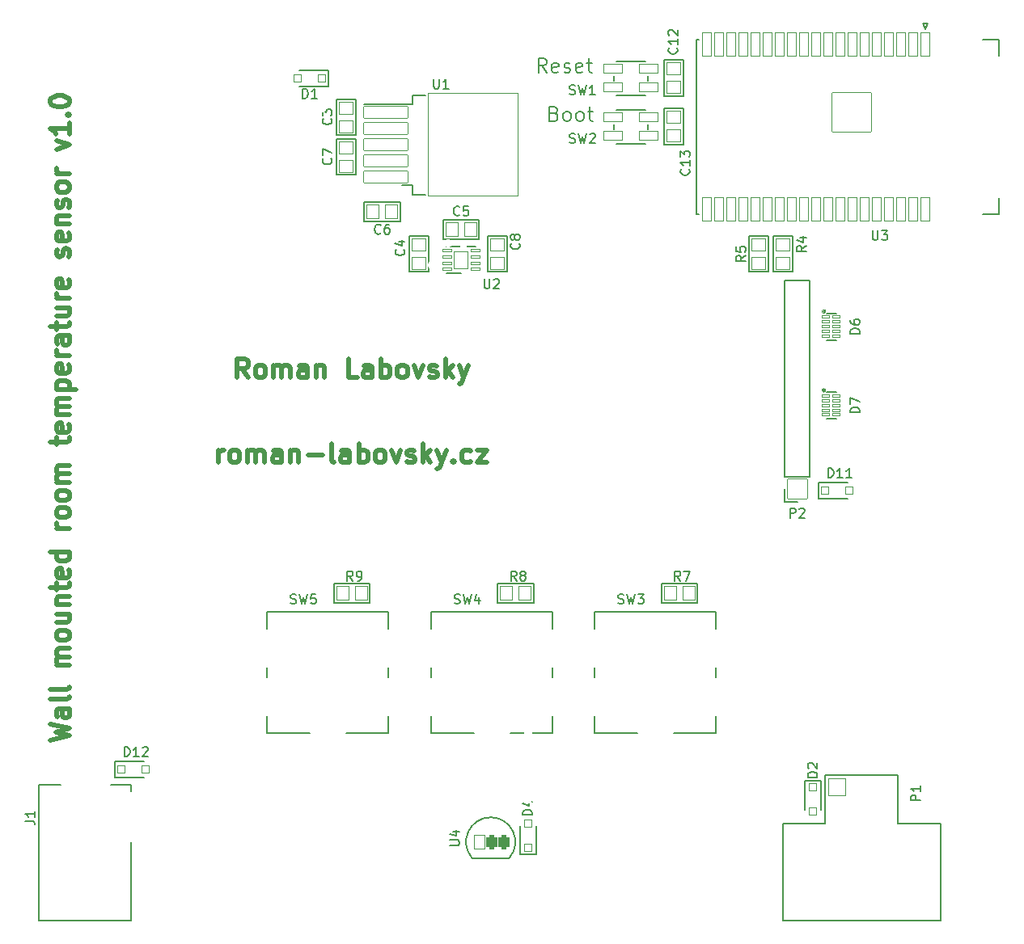
<source format=gto>
G04 #@! TF.GenerationSoftware,KiCad,Pcbnew,7.0.9*
G04 #@! TF.CreationDate,2023-12-25T18:17:51+01:00*
G04 #@! TF.ProjectId,wall-mounted-room-temperature-sensor-wifi,77616c6c-2d6d-46f7-956e-7465642d726f,v1.0*
G04 #@! TF.SameCoordinates,Original*
G04 #@! TF.FileFunction,Legend,Top*
G04 #@! TF.FilePolarity,Positive*
%FSLAX46Y46*%
G04 Gerber Fmt 4.6, Leading zero omitted, Abs format (unit mm)*
G04 Created by KiCad (PCBNEW 7.0.9) date 2023-12-25 18:17:51*
%MOMM*%
%LPD*%
G01*
G04 APERTURE LIST*
G04 Aperture macros list*
%AMRoundRect*
0 Rectangle with rounded corners*
0 $1 Rounding radius*
0 $2 $3 $4 $5 $6 $7 $8 $9 X,Y pos of 4 corners*
0 Add a 4 corners polygon primitive as box body*
4,1,4,$2,$3,$4,$5,$6,$7,$8,$9,$2,$3,0*
0 Add four circle primitives for the rounded corners*
1,1,$1+$1,$2,$3*
1,1,$1+$1,$4,$5*
1,1,$1+$1,$6,$7*
1,1,$1+$1,$8,$9*
0 Add four rect primitives between the rounded corners*
20,1,$1+$1,$2,$3,$4,$5,0*
20,1,$1+$1,$4,$5,$6,$7,0*
20,1,$1+$1,$6,$7,$8,$9,0*
20,1,$1+$1,$8,$9,$2,$3,0*%
G04 Aperture macros list end*
%ADD10C,0.500000*%
%ADD11C,0.200000*%
%ADD12C,0.170000*%
%ADD13C,0.160000*%
%ADD14C,0.150000*%
%ADD15C,0.120000*%
%ADD16RoundRect,0.050000X-0.750000X0.650000X-0.750000X-0.650000X0.750000X-0.650000X0.750000X0.650000X0*%
%ADD17RoundRect,0.050000X0.750000X-0.650000X0.750000X0.650000X-0.750000X0.650000X-0.750000X-0.650000X0*%
%ADD18RoundRect,0.050000X-0.650000X-0.750000X0.650000X-0.750000X0.650000X0.750000X-0.650000X0.750000X0*%
%ADD19RoundRect,0.050000X0.400000X0.400000X-0.400000X0.400000X-0.400000X-0.400000X0.400000X-0.400000X0*%
%ADD20RoundRect,0.050000X-0.400000X0.400000X-0.400000X-0.400000X0.400000X-0.400000X0.400000X0.400000X0*%
%ADD21RoundRect,0.050000X-0.400000X0.150000X-0.400000X-0.150000X0.400000X-0.150000X0.400000X0.150000X0*%
%ADD22RoundRect,0.050000X-0.400000X-0.400000X0.400000X-0.400000X0.400000X0.400000X-0.400000X0.400000X0*%
%ADD23RoundRect,0.050000X1.000000X0.500000X-1.000000X0.500000X-1.000000X-0.500000X1.000000X-0.500000X0*%
%ADD24C,1.950000*%
%ADD25C,3.600000*%
%ADD26C,3.100000*%
%ADD27RoundRect,0.050000X-2.300000X-0.625000X2.300000X-0.625000X2.300000X0.625000X-2.300000X0.625000X0*%
%ADD28RoundRect,0.050000X-4.700000X-5.400000X4.700000X-5.400000X4.700000X5.400000X-4.700000X5.400000X0*%
%ADD29RoundRect,0.050000X0.500000X0.155000X-0.500000X0.155000X-0.500000X-0.155000X0.500000X-0.155000X0*%
%ADD30RoundRect,0.050000X0.750000X0.875000X-0.750000X0.875000X-0.750000X-0.875000X0.750000X-0.875000X0*%
%ADD31RoundRect,0.050000X0.400000X-0.400000X0.400000X0.400000X-0.400000X0.400000X-0.400000X-0.400000X0*%
%ADD32RoundRect,0.050000X-0.450000X1.250000X-0.450000X-1.250000X0.450000X-1.250000X0.450000X1.250000X0*%
%ADD33RoundRect,0.050000X0.450000X-1.250000X0.450000X1.250000X-0.450000X1.250000X-0.450000X-1.250000X0*%
%ADD34RoundRect,0.050000X-0.450000X-1.250000X0.450000X-1.250000X0.450000X1.250000X-0.450000X1.250000X0*%
%ADD35RoundRect,0.050000X-2.050000X2.050000X-2.050000X-2.050000X2.050000X-2.050000X2.050000X2.050000X0*%
%ADD36RoundRect,0.050000X-0.900000X0.900000X-0.900000X-0.900000X0.900000X-0.900000X0.900000X0.900000X0*%
%ADD37O,1.900000X1.900000*%
%ADD38RoundRect,0.050000X-0.525000X-0.750000X0.525000X-0.750000X0.525000X0.750000X-0.525000X0.750000X0*%
%ADD39RoundRect,0.312500X-0.262500X-0.487500X0.262500X-0.487500X0.262500X0.487500X-0.262500X0.487500X0*%
%ADD40RoundRect,0.050000X1.050000X1.050000X-1.050000X1.050000X-1.050000X-1.050000X1.050000X-1.050000X0*%
%ADD41O,2.200000X2.200000*%
%ADD42C,3.300000*%
%ADD43C,4.600000*%
%ADD44C,0.900000*%
G04 APERTURE END LIST*
D10*
X45254238Y-144934526D02*
X47254238Y-144458336D01*
X47254238Y-144458336D02*
X45825666Y-144077383D01*
X45825666Y-144077383D02*
X47254238Y-143696431D01*
X47254238Y-143696431D02*
X45254238Y-143220241D01*
X47254238Y-141601193D02*
X46206619Y-141601193D01*
X46206619Y-141601193D02*
X46016142Y-141696431D01*
X46016142Y-141696431D02*
X45920904Y-141886907D01*
X45920904Y-141886907D02*
X45920904Y-142267860D01*
X45920904Y-142267860D02*
X46016142Y-142458336D01*
X47159000Y-141601193D02*
X47254238Y-141791669D01*
X47254238Y-141791669D02*
X47254238Y-142267860D01*
X47254238Y-142267860D02*
X47159000Y-142458336D01*
X47159000Y-142458336D02*
X46968523Y-142553574D01*
X46968523Y-142553574D02*
X46778047Y-142553574D01*
X46778047Y-142553574D02*
X46587571Y-142458336D01*
X46587571Y-142458336D02*
X46492333Y-142267860D01*
X46492333Y-142267860D02*
X46492333Y-141791669D01*
X46492333Y-141791669D02*
X46397095Y-141601193D01*
X47254238Y-140363098D02*
X47159000Y-140553574D01*
X47159000Y-140553574D02*
X46968523Y-140648812D01*
X46968523Y-140648812D02*
X45254238Y-140648812D01*
X47254238Y-139315479D02*
X47159000Y-139505955D01*
X47159000Y-139505955D02*
X46968523Y-139601193D01*
X46968523Y-139601193D02*
X45254238Y-139601193D01*
X47254238Y-137029764D02*
X45920904Y-137029764D01*
X46111380Y-137029764D02*
X46016142Y-136934526D01*
X46016142Y-136934526D02*
X45920904Y-136744050D01*
X45920904Y-136744050D02*
X45920904Y-136458335D01*
X45920904Y-136458335D02*
X46016142Y-136267859D01*
X46016142Y-136267859D02*
X46206619Y-136172621D01*
X46206619Y-136172621D02*
X47254238Y-136172621D01*
X46206619Y-136172621D02*
X46016142Y-136077383D01*
X46016142Y-136077383D02*
X45920904Y-135886907D01*
X45920904Y-135886907D02*
X45920904Y-135601193D01*
X45920904Y-135601193D02*
X46016142Y-135410716D01*
X46016142Y-135410716D02*
X46206619Y-135315478D01*
X46206619Y-135315478D02*
X47254238Y-135315478D01*
X47254238Y-134077383D02*
X47159000Y-134267859D01*
X47159000Y-134267859D02*
X47063761Y-134363097D01*
X47063761Y-134363097D02*
X46873285Y-134458335D01*
X46873285Y-134458335D02*
X46301857Y-134458335D01*
X46301857Y-134458335D02*
X46111380Y-134363097D01*
X46111380Y-134363097D02*
X46016142Y-134267859D01*
X46016142Y-134267859D02*
X45920904Y-134077383D01*
X45920904Y-134077383D02*
X45920904Y-133791668D01*
X45920904Y-133791668D02*
X46016142Y-133601192D01*
X46016142Y-133601192D02*
X46111380Y-133505954D01*
X46111380Y-133505954D02*
X46301857Y-133410716D01*
X46301857Y-133410716D02*
X46873285Y-133410716D01*
X46873285Y-133410716D02*
X47063761Y-133505954D01*
X47063761Y-133505954D02*
X47159000Y-133601192D01*
X47159000Y-133601192D02*
X47254238Y-133791668D01*
X47254238Y-133791668D02*
X47254238Y-134077383D01*
X45920904Y-131696430D02*
X47254238Y-131696430D01*
X45920904Y-132553573D02*
X46968523Y-132553573D01*
X46968523Y-132553573D02*
X47159000Y-132458335D01*
X47159000Y-132458335D02*
X47254238Y-132267859D01*
X47254238Y-132267859D02*
X47254238Y-131982144D01*
X47254238Y-131982144D02*
X47159000Y-131791668D01*
X47159000Y-131791668D02*
X47063761Y-131696430D01*
X45920904Y-130744049D02*
X47254238Y-130744049D01*
X46111380Y-130744049D02*
X46016142Y-130648811D01*
X46016142Y-130648811D02*
X45920904Y-130458335D01*
X45920904Y-130458335D02*
X45920904Y-130172620D01*
X45920904Y-130172620D02*
X46016142Y-129982144D01*
X46016142Y-129982144D02*
X46206619Y-129886906D01*
X46206619Y-129886906D02*
X47254238Y-129886906D01*
X45920904Y-129220239D02*
X45920904Y-128458335D01*
X45254238Y-128934525D02*
X46968523Y-128934525D01*
X46968523Y-128934525D02*
X47159000Y-128839287D01*
X47159000Y-128839287D02*
X47254238Y-128648811D01*
X47254238Y-128648811D02*
X47254238Y-128458335D01*
X47159000Y-127029763D02*
X47254238Y-127220239D01*
X47254238Y-127220239D02*
X47254238Y-127601192D01*
X47254238Y-127601192D02*
X47159000Y-127791668D01*
X47159000Y-127791668D02*
X46968523Y-127886906D01*
X46968523Y-127886906D02*
X46206619Y-127886906D01*
X46206619Y-127886906D02*
X46016142Y-127791668D01*
X46016142Y-127791668D02*
X45920904Y-127601192D01*
X45920904Y-127601192D02*
X45920904Y-127220239D01*
X45920904Y-127220239D02*
X46016142Y-127029763D01*
X46016142Y-127029763D02*
X46206619Y-126934525D01*
X46206619Y-126934525D02*
X46397095Y-126934525D01*
X46397095Y-126934525D02*
X46587571Y-127886906D01*
X47254238Y-125220239D02*
X45254238Y-125220239D01*
X47159000Y-125220239D02*
X47254238Y-125410715D01*
X47254238Y-125410715D02*
X47254238Y-125791668D01*
X47254238Y-125791668D02*
X47159000Y-125982144D01*
X47159000Y-125982144D02*
X47063761Y-126077382D01*
X47063761Y-126077382D02*
X46873285Y-126172620D01*
X46873285Y-126172620D02*
X46301857Y-126172620D01*
X46301857Y-126172620D02*
X46111380Y-126077382D01*
X46111380Y-126077382D02*
X46016142Y-125982144D01*
X46016142Y-125982144D02*
X45920904Y-125791668D01*
X45920904Y-125791668D02*
X45920904Y-125410715D01*
X45920904Y-125410715D02*
X46016142Y-125220239D01*
X47254238Y-122744048D02*
X45920904Y-122744048D01*
X46301857Y-122744048D02*
X46111380Y-122648810D01*
X46111380Y-122648810D02*
X46016142Y-122553572D01*
X46016142Y-122553572D02*
X45920904Y-122363096D01*
X45920904Y-122363096D02*
X45920904Y-122172619D01*
X47254238Y-121220239D02*
X47159000Y-121410715D01*
X47159000Y-121410715D02*
X47063761Y-121505953D01*
X47063761Y-121505953D02*
X46873285Y-121601191D01*
X46873285Y-121601191D02*
X46301857Y-121601191D01*
X46301857Y-121601191D02*
X46111380Y-121505953D01*
X46111380Y-121505953D02*
X46016142Y-121410715D01*
X46016142Y-121410715D02*
X45920904Y-121220239D01*
X45920904Y-121220239D02*
X45920904Y-120934524D01*
X45920904Y-120934524D02*
X46016142Y-120744048D01*
X46016142Y-120744048D02*
X46111380Y-120648810D01*
X46111380Y-120648810D02*
X46301857Y-120553572D01*
X46301857Y-120553572D02*
X46873285Y-120553572D01*
X46873285Y-120553572D02*
X47063761Y-120648810D01*
X47063761Y-120648810D02*
X47159000Y-120744048D01*
X47159000Y-120744048D02*
X47254238Y-120934524D01*
X47254238Y-120934524D02*
X47254238Y-121220239D01*
X47254238Y-119410715D02*
X47159000Y-119601191D01*
X47159000Y-119601191D02*
X47063761Y-119696429D01*
X47063761Y-119696429D02*
X46873285Y-119791667D01*
X46873285Y-119791667D02*
X46301857Y-119791667D01*
X46301857Y-119791667D02*
X46111380Y-119696429D01*
X46111380Y-119696429D02*
X46016142Y-119601191D01*
X46016142Y-119601191D02*
X45920904Y-119410715D01*
X45920904Y-119410715D02*
X45920904Y-119125000D01*
X45920904Y-119125000D02*
X46016142Y-118934524D01*
X46016142Y-118934524D02*
X46111380Y-118839286D01*
X46111380Y-118839286D02*
X46301857Y-118744048D01*
X46301857Y-118744048D02*
X46873285Y-118744048D01*
X46873285Y-118744048D02*
X47063761Y-118839286D01*
X47063761Y-118839286D02*
X47159000Y-118934524D01*
X47159000Y-118934524D02*
X47254238Y-119125000D01*
X47254238Y-119125000D02*
X47254238Y-119410715D01*
X47254238Y-117886905D02*
X45920904Y-117886905D01*
X46111380Y-117886905D02*
X46016142Y-117791667D01*
X46016142Y-117791667D02*
X45920904Y-117601191D01*
X45920904Y-117601191D02*
X45920904Y-117315476D01*
X45920904Y-117315476D02*
X46016142Y-117125000D01*
X46016142Y-117125000D02*
X46206619Y-117029762D01*
X46206619Y-117029762D02*
X47254238Y-117029762D01*
X46206619Y-117029762D02*
X46016142Y-116934524D01*
X46016142Y-116934524D02*
X45920904Y-116744048D01*
X45920904Y-116744048D02*
X45920904Y-116458334D01*
X45920904Y-116458334D02*
X46016142Y-116267857D01*
X46016142Y-116267857D02*
X46206619Y-116172619D01*
X46206619Y-116172619D02*
X47254238Y-116172619D01*
X45920904Y-113982142D02*
X45920904Y-113220238D01*
X45254238Y-113696428D02*
X46968523Y-113696428D01*
X46968523Y-113696428D02*
X47159000Y-113601190D01*
X47159000Y-113601190D02*
X47254238Y-113410714D01*
X47254238Y-113410714D02*
X47254238Y-113220238D01*
X47159000Y-111791666D02*
X47254238Y-111982142D01*
X47254238Y-111982142D02*
X47254238Y-112363095D01*
X47254238Y-112363095D02*
X47159000Y-112553571D01*
X47159000Y-112553571D02*
X46968523Y-112648809D01*
X46968523Y-112648809D02*
X46206619Y-112648809D01*
X46206619Y-112648809D02*
X46016142Y-112553571D01*
X46016142Y-112553571D02*
X45920904Y-112363095D01*
X45920904Y-112363095D02*
X45920904Y-111982142D01*
X45920904Y-111982142D02*
X46016142Y-111791666D01*
X46016142Y-111791666D02*
X46206619Y-111696428D01*
X46206619Y-111696428D02*
X46397095Y-111696428D01*
X46397095Y-111696428D02*
X46587571Y-112648809D01*
X47254238Y-110839285D02*
X45920904Y-110839285D01*
X46111380Y-110839285D02*
X46016142Y-110744047D01*
X46016142Y-110744047D02*
X45920904Y-110553571D01*
X45920904Y-110553571D02*
X45920904Y-110267856D01*
X45920904Y-110267856D02*
X46016142Y-110077380D01*
X46016142Y-110077380D02*
X46206619Y-109982142D01*
X46206619Y-109982142D02*
X47254238Y-109982142D01*
X46206619Y-109982142D02*
X46016142Y-109886904D01*
X46016142Y-109886904D02*
X45920904Y-109696428D01*
X45920904Y-109696428D02*
X45920904Y-109410714D01*
X45920904Y-109410714D02*
X46016142Y-109220237D01*
X46016142Y-109220237D02*
X46206619Y-109124999D01*
X46206619Y-109124999D02*
X47254238Y-109124999D01*
X45920904Y-108172618D02*
X47920904Y-108172618D01*
X46016142Y-108172618D02*
X45920904Y-107982142D01*
X45920904Y-107982142D02*
X45920904Y-107601189D01*
X45920904Y-107601189D02*
X46016142Y-107410713D01*
X46016142Y-107410713D02*
X46111380Y-107315475D01*
X46111380Y-107315475D02*
X46301857Y-107220237D01*
X46301857Y-107220237D02*
X46873285Y-107220237D01*
X46873285Y-107220237D02*
X47063761Y-107315475D01*
X47063761Y-107315475D02*
X47159000Y-107410713D01*
X47159000Y-107410713D02*
X47254238Y-107601189D01*
X47254238Y-107601189D02*
X47254238Y-107982142D01*
X47254238Y-107982142D02*
X47159000Y-108172618D01*
X47159000Y-105601189D02*
X47254238Y-105791665D01*
X47254238Y-105791665D02*
X47254238Y-106172618D01*
X47254238Y-106172618D02*
X47159000Y-106363094D01*
X47159000Y-106363094D02*
X46968523Y-106458332D01*
X46968523Y-106458332D02*
X46206619Y-106458332D01*
X46206619Y-106458332D02*
X46016142Y-106363094D01*
X46016142Y-106363094D02*
X45920904Y-106172618D01*
X45920904Y-106172618D02*
X45920904Y-105791665D01*
X45920904Y-105791665D02*
X46016142Y-105601189D01*
X46016142Y-105601189D02*
X46206619Y-105505951D01*
X46206619Y-105505951D02*
X46397095Y-105505951D01*
X46397095Y-105505951D02*
X46587571Y-106458332D01*
X47254238Y-104648808D02*
X45920904Y-104648808D01*
X46301857Y-104648808D02*
X46111380Y-104553570D01*
X46111380Y-104553570D02*
X46016142Y-104458332D01*
X46016142Y-104458332D02*
X45920904Y-104267856D01*
X45920904Y-104267856D02*
X45920904Y-104077379D01*
X47254238Y-102553570D02*
X46206619Y-102553570D01*
X46206619Y-102553570D02*
X46016142Y-102648808D01*
X46016142Y-102648808D02*
X45920904Y-102839284D01*
X45920904Y-102839284D02*
X45920904Y-103220237D01*
X45920904Y-103220237D02*
X46016142Y-103410713D01*
X47159000Y-102553570D02*
X47254238Y-102744046D01*
X47254238Y-102744046D02*
X47254238Y-103220237D01*
X47254238Y-103220237D02*
X47159000Y-103410713D01*
X47159000Y-103410713D02*
X46968523Y-103505951D01*
X46968523Y-103505951D02*
X46778047Y-103505951D01*
X46778047Y-103505951D02*
X46587571Y-103410713D01*
X46587571Y-103410713D02*
X46492333Y-103220237D01*
X46492333Y-103220237D02*
X46492333Y-102744046D01*
X46492333Y-102744046D02*
X46397095Y-102553570D01*
X45920904Y-101886903D02*
X45920904Y-101124999D01*
X45254238Y-101601189D02*
X46968523Y-101601189D01*
X46968523Y-101601189D02*
X47159000Y-101505951D01*
X47159000Y-101505951D02*
X47254238Y-101315475D01*
X47254238Y-101315475D02*
X47254238Y-101124999D01*
X45920904Y-99601189D02*
X47254238Y-99601189D01*
X45920904Y-100458332D02*
X46968523Y-100458332D01*
X46968523Y-100458332D02*
X47159000Y-100363094D01*
X47159000Y-100363094D02*
X47254238Y-100172618D01*
X47254238Y-100172618D02*
X47254238Y-99886903D01*
X47254238Y-99886903D02*
X47159000Y-99696427D01*
X47159000Y-99696427D02*
X47063761Y-99601189D01*
X47254238Y-98648808D02*
X45920904Y-98648808D01*
X46301857Y-98648808D02*
X46111380Y-98553570D01*
X46111380Y-98553570D02*
X46016142Y-98458332D01*
X46016142Y-98458332D02*
X45920904Y-98267856D01*
X45920904Y-98267856D02*
X45920904Y-98077379D01*
X47159000Y-96648808D02*
X47254238Y-96839284D01*
X47254238Y-96839284D02*
X47254238Y-97220237D01*
X47254238Y-97220237D02*
X47159000Y-97410713D01*
X47159000Y-97410713D02*
X46968523Y-97505951D01*
X46968523Y-97505951D02*
X46206619Y-97505951D01*
X46206619Y-97505951D02*
X46016142Y-97410713D01*
X46016142Y-97410713D02*
X45920904Y-97220237D01*
X45920904Y-97220237D02*
X45920904Y-96839284D01*
X45920904Y-96839284D02*
X46016142Y-96648808D01*
X46016142Y-96648808D02*
X46206619Y-96553570D01*
X46206619Y-96553570D02*
X46397095Y-96553570D01*
X46397095Y-96553570D02*
X46587571Y-97505951D01*
X47159000Y-94267855D02*
X47254238Y-94077379D01*
X47254238Y-94077379D02*
X47254238Y-93696427D01*
X47254238Y-93696427D02*
X47159000Y-93505950D01*
X47159000Y-93505950D02*
X46968523Y-93410712D01*
X46968523Y-93410712D02*
X46873285Y-93410712D01*
X46873285Y-93410712D02*
X46682809Y-93505950D01*
X46682809Y-93505950D02*
X46587571Y-93696427D01*
X46587571Y-93696427D02*
X46587571Y-93982141D01*
X46587571Y-93982141D02*
X46492333Y-94172617D01*
X46492333Y-94172617D02*
X46301857Y-94267855D01*
X46301857Y-94267855D02*
X46206619Y-94267855D01*
X46206619Y-94267855D02*
X46016142Y-94172617D01*
X46016142Y-94172617D02*
X45920904Y-93982141D01*
X45920904Y-93982141D02*
X45920904Y-93696427D01*
X45920904Y-93696427D02*
X46016142Y-93505950D01*
X47159000Y-91791664D02*
X47254238Y-91982140D01*
X47254238Y-91982140D02*
X47254238Y-92363093D01*
X47254238Y-92363093D02*
X47159000Y-92553569D01*
X47159000Y-92553569D02*
X46968523Y-92648807D01*
X46968523Y-92648807D02*
X46206619Y-92648807D01*
X46206619Y-92648807D02*
X46016142Y-92553569D01*
X46016142Y-92553569D02*
X45920904Y-92363093D01*
X45920904Y-92363093D02*
X45920904Y-91982140D01*
X45920904Y-91982140D02*
X46016142Y-91791664D01*
X46016142Y-91791664D02*
X46206619Y-91696426D01*
X46206619Y-91696426D02*
X46397095Y-91696426D01*
X46397095Y-91696426D02*
X46587571Y-92648807D01*
X45920904Y-90839283D02*
X47254238Y-90839283D01*
X46111380Y-90839283D02*
X46016142Y-90744045D01*
X46016142Y-90744045D02*
X45920904Y-90553569D01*
X45920904Y-90553569D02*
X45920904Y-90267854D01*
X45920904Y-90267854D02*
X46016142Y-90077378D01*
X46016142Y-90077378D02*
X46206619Y-89982140D01*
X46206619Y-89982140D02*
X47254238Y-89982140D01*
X47159000Y-89124997D02*
X47254238Y-88934521D01*
X47254238Y-88934521D02*
X47254238Y-88553569D01*
X47254238Y-88553569D02*
X47159000Y-88363092D01*
X47159000Y-88363092D02*
X46968523Y-88267854D01*
X46968523Y-88267854D02*
X46873285Y-88267854D01*
X46873285Y-88267854D02*
X46682809Y-88363092D01*
X46682809Y-88363092D02*
X46587571Y-88553569D01*
X46587571Y-88553569D02*
X46587571Y-88839283D01*
X46587571Y-88839283D02*
X46492333Y-89029759D01*
X46492333Y-89029759D02*
X46301857Y-89124997D01*
X46301857Y-89124997D02*
X46206619Y-89124997D01*
X46206619Y-89124997D02*
X46016142Y-89029759D01*
X46016142Y-89029759D02*
X45920904Y-88839283D01*
X45920904Y-88839283D02*
X45920904Y-88553569D01*
X45920904Y-88553569D02*
X46016142Y-88363092D01*
X47254238Y-87124997D02*
X47159000Y-87315473D01*
X47159000Y-87315473D02*
X47063761Y-87410711D01*
X47063761Y-87410711D02*
X46873285Y-87505949D01*
X46873285Y-87505949D02*
X46301857Y-87505949D01*
X46301857Y-87505949D02*
X46111380Y-87410711D01*
X46111380Y-87410711D02*
X46016142Y-87315473D01*
X46016142Y-87315473D02*
X45920904Y-87124997D01*
X45920904Y-87124997D02*
X45920904Y-86839282D01*
X45920904Y-86839282D02*
X46016142Y-86648806D01*
X46016142Y-86648806D02*
X46111380Y-86553568D01*
X46111380Y-86553568D02*
X46301857Y-86458330D01*
X46301857Y-86458330D02*
X46873285Y-86458330D01*
X46873285Y-86458330D02*
X47063761Y-86553568D01*
X47063761Y-86553568D02*
X47159000Y-86648806D01*
X47159000Y-86648806D02*
X47254238Y-86839282D01*
X47254238Y-86839282D02*
X47254238Y-87124997D01*
X47254238Y-85601187D02*
X45920904Y-85601187D01*
X46301857Y-85601187D02*
X46111380Y-85505949D01*
X46111380Y-85505949D02*
X46016142Y-85410711D01*
X46016142Y-85410711D02*
X45920904Y-85220235D01*
X45920904Y-85220235D02*
X45920904Y-85029758D01*
X45920904Y-83029758D02*
X47254238Y-82553568D01*
X47254238Y-82553568D02*
X45920904Y-82077377D01*
X47254238Y-80267853D02*
X47254238Y-81410710D01*
X47254238Y-80839282D02*
X45254238Y-80839282D01*
X45254238Y-80839282D02*
X45539952Y-81029758D01*
X45539952Y-81029758D02*
X45730428Y-81220234D01*
X45730428Y-81220234D02*
X45825666Y-81410710D01*
X47063761Y-79410710D02*
X47159000Y-79315472D01*
X47159000Y-79315472D02*
X47254238Y-79410710D01*
X47254238Y-79410710D02*
X47159000Y-79505948D01*
X47159000Y-79505948D02*
X47063761Y-79410710D01*
X47063761Y-79410710D02*
X47254238Y-79410710D01*
X45254238Y-78077377D02*
X45254238Y-77886900D01*
X45254238Y-77886900D02*
X45349476Y-77696424D01*
X45349476Y-77696424D02*
X45444714Y-77601186D01*
X45444714Y-77601186D02*
X45635190Y-77505948D01*
X45635190Y-77505948D02*
X46016142Y-77410710D01*
X46016142Y-77410710D02*
X46492333Y-77410710D01*
X46492333Y-77410710D02*
X46873285Y-77505948D01*
X46873285Y-77505948D02*
X47063761Y-77601186D01*
X47063761Y-77601186D02*
X47159000Y-77696424D01*
X47159000Y-77696424D02*
X47254238Y-77886900D01*
X47254238Y-77886900D02*
X47254238Y-78077377D01*
X47254238Y-78077377D02*
X47159000Y-78267853D01*
X47159000Y-78267853D02*
X47063761Y-78363091D01*
X47063761Y-78363091D02*
X46873285Y-78458329D01*
X46873285Y-78458329D02*
X46492333Y-78553567D01*
X46492333Y-78553567D02*
X46016142Y-78553567D01*
X46016142Y-78553567D02*
X45635190Y-78458329D01*
X45635190Y-78458329D02*
X45444714Y-78363091D01*
X45444714Y-78363091D02*
X45349476Y-78267853D01*
X45349476Y-78267853D02*
X45254238Y-78077377D01*
X62882617Y-115834238D02*
X62882617Y-114500904D01*
X62882617Y-114881857D02*
X62977855Y-114691380D01*
X62977855Y-114691380D02*
X63073093Y-114596142D01*
X63073093Y-114596142D02*
X63263569Y-114500904D01*
X63263569Y-114500904D02*
X63454046Y-114500904D01*
X64406426Y-115834238D02*
X64215950Y-115739000D01*
X64215950Y-115739000D02*
X64120712Y-115643761D01*
X64120712Y-115643761D02*
X64025474Y-115453285D01*
X64025474Y-115453285D02*
X64025474Y-114881857D01*
X64025474Y-114881857D02*
X64120712Y-114691380D01*
X64120712Y-114691380D02*
X64215950Y-114596142D01*
X64215950Y-114596142D02*
X64406426Y-114500904D01*
X64406426Y-114500904D02*
X64692141Y-114500904D01*
X64692141Y-114500904D02*
X64882617Y-114596142D01*
X64882617Y-114596142D02*
X64977855Y-114691380D01*
X64977855Y-114691380D02*
X65073093Y-114881857D01*
X65073093Y-114881857D02*
X65073093Y-115453285D01*
X65073093Y-115453285D02*
X64977855Y-115643761D01*
X64977855Y-115643761D02*
X64882617Y-115739000D01*
X64882617Y-115739000D02*
X64692141Y-115834238D01*
X64692141Y-115834238D02*
X64406426Y-115834238D01*
X65930236Y-115834238D02*
X65930236Y-114500904D01*
X65930236Y-114691380D02*
X66025474Y-114596142D01*
X66025474Y-114596142D02*
X66215950Y-114500904D01*
X66215950Y-114500904D02*
X66501665Y-114500904D01*
X66501665Y-114500904D02*
X66692141Y-114596142D01*
X66692141Y-114596142D02*
X66787379Y-114786619D01*
X66787379Y-114786619D02*
X66787379Y-115834238D01*
X66787379Y-114786619D02*
X66882617Y-114596142D01*
X66882617Y-114596142D02*
X67073093Y-114500904D01*
X67073093Y-114500904D02*
X67358807Y-114500904D01*
X67358807Y-114500904D02*
X67549284Y-114596142D01*
X67549284Y-114596142D02*
X67644522Y-114786619D01*
X67644522Y-114786619D02*
X67644522Y-115834238D01*
X69454046Y-115834238D02*
X69454046Y-114786619D01*
X69454046Y-114786619D02*
X69358808Y-114596142D01*
X69358808Y-114596142D02*
X69168332Y-114500904D01*
X69168332Y-114500904D02*
X68787379Y-114500904D01*
X68787379Y-114500904D02*
X68596903Y-114596142D01*
X69454046Y-115739000D02*
X69263570Y-115834238D01*
X69263570Y-115834238D02*
X68787379Y-115834238D01*
X68787379Y-115834238D02*
X68596903Y-115739000D01*
X68596903Y-115739000D02*
X68501665Y-115548523D01*
X68501665Y-115548523D02*
X68501665Y-115358047D01*
X68501665Y-115358047D02*
X68596903Y-115167571D01*
X68596903Y-115167571D02*
X68787379Y-115072333D01*
X68787379Y-115072333D02*
X69263570Y-115072333D01*
X69263570Y-115072333D02*
X69454046Y-114977095D01*
X70406427Y-114500904D02*
X70406427Y-115834238D01*
X70406427Y-114691380D02*
X70501665Y-114596142D01*
X70501665Y-114596142D02*
X70692141Y-114500904D01*
X70692141Y-114500904D02*
X70977856Y-114500904D01*
X70977856Y-114500904D02*
X71168332Y-114596142D01*
X71168332Y-114596142D02*
X71263570Y-114786619D01*
X71263570Y-114786619D02*
X71263570Y-115834238D01*
X72215951Y-115072333D02*
X73739761Y-115072333D01*
X74977855Y-115834238D02*
X74787379Y-115739000D01*
X74787379Y-115739000D02*
X74692141Y-115548523D01*
X74692141Y-115548523D02*
X74692141Y-113834238D01*
X76596903Y-115834238D02*
X76596903Y-114786619D01*
X76596903Y-114786619D02*
X76501665Y-114596142D01*
X76501665Y-114596142D02*
X76311189Y-114500904D01*
X76311189Y-114500904D02*
X75930236Y-114500904D01*
X75930236Y-114500904D02*
X75739760Y-114596142D01*
X76596903Y-115739000D02*
X76406427Y-115834238D01*
X76406427Y-115834238D02*
X75930236Y-115834238D01*
X75930236Y-115834238D02*
X75739760Y-115739000D01*
X75739760Y-115739000D02*
X75644522Y-115548523D01*
X75644522Y-115548523D02*
X75644522Y-115358047D01*
X75644522Y-115358047D02*
X75739760Y-115167571D01*
X75739760Y-115167571D02*
X75930236Y-115072333D01*
X75930236Y-115072333D02*
X76406427Y-115072333D01*
X76406427Y-115072333D02*
X76596903Y-114977095D01*
X77549284Y-115834238D02*
X77549284Y-113834238D01*
X77549284Y-114596142D02*
X77739760Y-114500904D01*
X77739760Y-114500904D02*
X78120713Y-114500904D01*
X78120713Y-114500904D02*
X78311189Y-114596142D01*
X78311189Y-114596142D02*
X78406427Y-114691380D01*
X78406427Y-114691380D02*
X78501665Y-114881857D01*
X78501665Y-114881857D02*
X78501665Y-115453285D01*
X78501665Y-115453285D02*
X78406427Y-115643761D01*
X78406427Y-115643761D02*
X78311189Y-115739000D01*
X78311189Y-115739000D02*
X78120713Y-115834238D01*
X78120713Y-115834238D02*
X77739760Y-115834238D01*
X77739760Y-115834238D02*
X77549284Y-115739000D01*
X79644522Y-115834238D02*
X79454046Y-115739000D01*
X79454046Y-115739000D02*
X79358808Y-115643761D01*
X79358808Y-115643761D02*
X79263570Y-115453285D01*
X79263570Y-115453285D02*
X79263570Y-114881857D01*
X79263570Y-114881857D02*
X79358808Y-114691380D01*
X79358808Y-114691380D02*
X79454046Y-114596142D01*
X79454046Y-114596142D02*
X79644522Y-114500904D01*
X79644522Y-114500904D02*
X79930237Y-114500904D01*
X79930237Y-114500904D02*
X80120713Y-114596142D01*
X80120713Y-114596142D02*
X80215951Y-114691380D01*
X80215951Y-114691380D02*
X80311189Y-114881857D01*
X80311189Y-114881857D02*
X80311189Y-115453285D01*
X80311189Y-115453285D02*
X80215951Y-115643761D01*
X80215951Y-115643761D02*
X80120713Y-115739000D01*
X80120713Y-115739000D02*
X79930237Y-115834238D01*
X79930237Y-115834238D02*
X79644522Y-115834238D01*
X80977856Y-114500904D02*
X81454046Y-115834238D01*
X81454046Y-115834238D02*
X81930237Y-114500904D01*
X82596904Y-115739000D02*
X82787380Y-115834238D01*
X82787380Y-115834238D02*
X83168332Y-115834238D01*
X83168332Y-115834238D02*
X83358809Y-115739000D01*
X83358809Y-115739000D02*
X83454047Y-115548523D01*
X83454047Y-115548523D02*
X83454047Y-115453285D01*
X83454047Y-115453285D02*
X83358809Y-115262809D01*
X83358809Y-115262809D02*
X83168332Y-115167571D01*
X83168332Y-115167571D02*
X82882618Y-115167571D01*
X82882618Y-115167571D02*
X82692142Y-115072333D01*
X82692142Y-115072333D02*
X82596904Y-114881857D01*
X82596904Y-114881857D02*
X82596904Y-114786619D01*
X82596904Y-114786619D02*
X82692142Y-114596142D01*
X82692142Y-114596142D02*
X82882618Y-114500904D01*
X82882618Y-114500904D02*
X83168332Y-114500904D01*
X83168332Y-114500904D02*
X83358809Y-114596142D01*
X84311190Y-115834238D02*
X84311190Y-113834238D01*
X84501666Y-115072333D02*
X85073095Y-115834238D01*
X85073095Y-114500904D02*
X84311190Y-115262809D01*
X85739762Y-114500904D02*
X86215952Y-115834238D01*
X86692143Y-114500904D02*
X86215952Y-115834238D01*
X86215952Y-115834238D02*
X86025476Y-116310428D01*
X86025476Y-116310428D02*
X85930238Y-116405666D01*
X85930238Y-116405666D02*
X85739762Y-116500904D01*
X87454048Y-115643761D02*
X87549286Y-115739000D01*
X87549286Y-115739000D02*
X87454048Y-115834238D01*
X87454048Y-115834238D02*
X87358810Y-115739000D01*
X87358810Y-115739000D02*
X87454048Y-115643761D01*
X87454048Y-115643761D02*
X87454048Y-115834238D01*
X89263572Y-115739000D02*
X89073096Y-115834238D01*
X89073096Y-115834238D02*
X88692143Y-115834238D01*
X88692143Y-115834238D02*
X88501667Y-115739000D01*
X88501667Y-115739000D02*
X88406429Y-115643761D01*
X88406429Y-115643761D02*
X88311191Y-115453285D01*
X88311191Y-115453285D02*
X88311191Y-114881857D01*
X88311191Y-114881857D02*
X88406429Y-114691380D01*
X88406429Y-114691380D02*
X88501667Y-114596142D01*
X88501667Y-114596142D02*
X88692143Y-114500904D01*
X88692143Y-114500904D02*
X89073096Y-114500904D01*
X89073096Y-114500904D02*
X89263572Y-114596142D01*
X89930239Y-114500904D02*
X90977858Y-114500904D01*
X90977858Y-114500904D02*
X89930239Y-115834238D01*
X89930239Y-115834238D02*
X90977858Y-115834238D01*
X65977855Y-106944238D02*
X65311188Y-105991857D01*
X64834998Y-106944238D02*
X64834998Y-104944238D01*
X64834998Y-104944238D02*
X65596903Y-104944238D01*
X65596903Y-104944238D02*
X65787379Y-105039476D01*
X65787379Y-105039476D02*
X65882617Y-105134714D01*
X65882617Y-105134714D02*
X65977855Y-105325190D01*
X65977855Y-105325190D02*
X65977855Y-105610904D01*
X65977855Y-105610904D02*
X65882617Y-105801380D01*
X65882617Y-105801380D02*
X65787379Y-105896619D01*
X65787379Y-105896619D02*
X65596903Y-105991857D01*
X65596903Y-105991857D02*
X64834998Y-105991857D01*
X67120712Y-106944238D02*
X66930236Y-106849000D01*
X66930236Y-106849000D02*
X66834998Y-106753761D01*
X66834998Y-106753761D02*
X66739760Y-106563285D01*
X66739760Y-106563285D02*
X66739760Y-105991857D01*
X66739760Y-105991857D02*
X66834998Y-105801380D01*
X66834998Y-105801380D02*
X66930236Y-105706142D01*
X66930236Y-105706142D02*
X67120712Y-105610904D01*
X67120712Y-105610904D02*
X67406427Y-105610904D01*
X67406427Y-105610904D02*
X67596903Y-105706142D01*
X67596903Y-105706142D02*
X67692141Y-105801380D01*
X67692141Y-105801380D02*
X67787379Y-105991857D01*
X67787379Y-105991857D02*
X67787379Y-106563285D01*
X67787379Y-106563285D02*
X67692141Y-106753761D01*
X67692141Y-106753761D02*
X67596903Y-106849000D01*
X67596903Y-106849000D02*
X67406427Y-106944238D01*
X67406427Y-106944238D02*
X67120712Y-106944238D01*
X68644522Y-106944238D02*
X68644522Y-105610904D01*
X68644522Y-105801380D02*
X68739760Y-105706142D01*
X68739760Y-105706142D02*
X68930236Y-105610904D01*
X68930236Y-105610904D02*
X69215951Y-105610904D01*
X69215951Y-105610904D02*
X69406427Y-105706142D01*
X69406427Y-105706142D02*
X69501665Y-105896619D01*
X69501665Y-105896619D02*
X69501665Y-106944238D01*
X69501665Y-105896619D02*
X69596903Y-105706142D01*
X69596903Y-105706142D02*
X69787379Y-105610904D01*
X69787379Y-105610904D02*
X70073093Y-105610904D01*
X70073093Y-105610904D02*
X70263570Y-105706142D01*
X70263570Y-105706142D02*
X70358808Y-105896619D01*
X70358808Y-105896619D02*
X70358808Y-106944238D01*
X72168332Y-106944238D02*
X72168332Y-105896619D01*
X72168332Y-105896619D02*
X72073094Y-105706142D01*
X72073094Y-105706142D02*
X71882618Y-105610904D01*
X71882618Y-105610904D02*
X71501665Y-105610904D01*
X71501665Y-105610904D02*
X71311189Y-105706142D01*
X72168332Y-106849000D02*
X71977856Y-106944238D01*
X71977856Y-106944238D02*
X71501665Y-106944238D01*
X71501665Y-106944238D02*
X71311189Y-106849000D01*
X71311189Y-106849000D02*
X71215951Y-106658523D01*
X71215951Y-106658523D02*
X71215951Y-106468047D01*
X71215951Y-106468047D02*
X71311189Y-106277571D01*
X71311189Y-106277571D02*
X71501665Y-106182333D01*
X71501665Y-106182333D02*
X71977856Y-106182333D01*
X71977856Y-106182333D02*
X72168332Y-106087095D01*
X73120713Y-105610904D02*
X73120713Y-106944238D01*
X73120713Y-105801380D02*
X73215951Y-105706142D01*
X73215951Y-105706142D02*
X73406427Y-105610904D01*
X73406427Y-105610904D02*
X73692142Y-105610904D01*
X73692142Y-105610904D02*
X73882618Y-105706142D01*
X73882618Y-105706142D02*
X73977856Y-105896619D01*
X73977856Y-105896619D02*
X73977856Y-106944238D01*
X77406428Y-106944238D02*
X76454047Y-106944238D01*
X76454047Y-106944238D02*
X76454047Y-104944238D01*
X78930238Y-106944238D02*
X78930238Y-105896619D01*
X78930238Y-105896619D02*
X78835000Y-105706142D01*
X78835000Y-105706142D02*
X78644524Y-105610904D01*
X78644524Y-105610904D02*
X78263571Y-105610904D01*
X78263571Y-105610904D02*
X78073095Y-105706142D01*
X78930238Y-106849000D02*
X78739762Y-106944238D01*
X78739762Y-106944238D02*
X78263571Y-106944238D01*
X78263571Y-106944238D02*
X78073095Y-106849000D01*
X78073095Y-106849000D02*
X77977857Y-106658523D01*
X77977857Y-106658523D02*
X77977857Y-106468047D01*
X77977857Y-106468047D02*
X78073095Y-106277571D01*
X78073095Y-106277571D02*
X78263571Y-106182333D01*
X78263571Y-106182333D02*
X78739762Y-106182333D01*
X78739762Y-106182333D02*
X78930238Y-106087095D01*
X79882619Y-106944238D02*
X79882619Y-104944238D01*
X79882619Y-105706142D02*
X80073095Y-105610904D01*
X80073095Y-105610904D02*
X80454048Y-105610904D01*
X80454048Y-105610904D02*
X80644524Y-105706142D01*
X80644524Y-105706142D02*
X80739762Y-105801380D01*
X80739762Y-105801380D02*
X80835000Y-105991857D01*
X80835000Y-105991857D02*
X80835000Y-106563285D01*
X80835000Y-106563285D02*
X80739762Y-106753761D01*
X80739762Y-106753761D02*
X80644524Y-106849000D01*
X80644524Y-106849000D02*
X80454048Y-106944238D01*
X80454048Y-106944238D02*
X80073095Y-106944238D01*
X80073095Y-106944238D02*
X79882619Y-106849000D01*
X81977857Y-106944238D02*
X81787381Y-106849000D01*
X81787381Y-106849000D02*
X81692143Y-106753761D01*
X81692143Y-106753761D02*
X81596905Y-106563285D01*
X81596905Y-106563285D02*
X81596905Y-105991857D01*
X81596905Y-105991857D02*
X81692143Y-105801380D01*
X81692143Y-105801380D02*
X81787381Y-105706142D01*
X81787381Y-105706142D02*
X81977857Y-105610904D01*
X81977857Y-105610904D02*
X82263572Y-105610904D01*
X82263572Y-105610904D02*
X82454048Y-105706142D01*
X82454048Y-105706142D02*
X82549286Y-105801380D01*
X82549286Y-105801380D02*
X82644524Y-105991857D01*
X82644524Y-105991857D02*
X82644524Y-106563285D01*
X82644524Y-106563285D02*
X82549286Y-106753761D01*
X82549286Y-106753761D02*
X82454048Y-106849000D01*
X82454048Y-106849000D02*
X82263572Y-106944238D01*
X82263572Y-106944238D02*
X81977857Y-106944238D01*
X83311191Y-105610904D02*
X83787381Y-106944238D01*
X83787381Y-106944238D02*
X84263572Y-105610904D01*
X84930239Y-106849000D02*
X85120715Y-106944238D01*
X85120715Y-106944238D02*
X85501667Y-106944238D01*
X85501667Y-106944238D02*
X85692144Y-106849000D01*
X85692144Y-106849000D02*
X85787382Y-106658523D01*
X85787382Y-106658523D02*
X85787382Y-106563285D01*
X85787382Y-106563285D02*
X85692144Y-106372809D01*
X85692144Y-106372809D02*
X85501667Y-106277571D01*
X85501667Y-106277571D02*
X85215953Y-106277571D01*
X85215953Y-106277571D02*
X85025477Y-106182333D01*
X85025477Y-106182333D02*
X84930239Y-105991857D01*
X84930239Y-105991857D02*
X84930239Y-105896619D01*
X84930239Y-105896619D02*
X85025477Y-105706142D01*
X85025477Y-105706142D02*
X85215953Y-105610904D01*
X85215953Y-105610904D02*
X85501667Y-105610904D01*
X85501667Y-105610904D02*
X85692144Y-105706142D01*
X86644525Y-106944238D02*
X86644525Y-104944238D01*
X86835001Y-106182333D02*
X87406430Y-106944238D01*
X87406430Y-105610904D02*
X86644525Y-106372809D01*
X88073097Y-105610904D02*
X88549287Y-106944238D01*
X89025478Y-105610904D02*
X88549287Y-106944238D01*
X88549287Y-106944238D02*
X88358811Y-107420428D01*
X88358811Y-107420428D02*
X88263573Y-107515666D01*
X88263573Y-107515666D02*
X88073097Y-107610904D01*
D11*
X98016428Y-79272814D02*
X98230714Y-79344242D01*
X98230714Y-79344242D02*
X98302143Y-79415671D01*
X98302143Y-79415671D02*
X98373571Y-79558528D01*
X98373571Y-79558528D02*
X98373571Y-79772814D01*
X98373571Y-79772814D02*
X98302143Y-79915671D01*
X98302143Y-79915671D02*
X98230714Y-79987100D01*
X98230714Y-79987100D02*
X98087857Y-80058528D01*
X98087857Y-80058528D02*
X97516428Y-80058528D01*
X97516428Y-80058528D02*
X97516428Y-78558528D01*
X97516428Y-78558528D02*
X98016428Y-78558528D01*
X98016428Y-78558528D02*
X98159286Y-78629957D01*
X98159286Y-78629957D02*
X98230714Y-78701385D01*
X98230714Y-78701385D02*
X98302143Y-78844242D01*
X98302143Y-78844242D02*
X98302143Y-78987100D01*
X98302143Y-78987100D02*
X98230714Y-79129957D01*
X98230714Y-79129957D02*
X98159286Y-79201385D01*
X98159286Y-79201385D02*
X98016428Y-79272814D01*
X98016428Y-79272814D02*
X97516428Y-79272814D01*
X99230714Y-80058528D02*
X99087857Y-79987100D01*
X99087857Y-79987100D02*
X99016428Y-79915671D01*
X99016428Y-79915671D02*
X98945000Y-79772814D01*
X98945000Y-79772814D02*
X98945000Y-79344242D01*
X98945000Y-79344242D02*
X99016428Y-79201385D01*
X99016428Y-79201385D02*
X99087857Y-79129957D01*
X99087857Y-79129957D02*
X99230714Y-79058528D01*
X99230714Y-79058528D02*
X99445000Y-79058528D01*
X99445000Y-79058528D02*
X99587857Y-79129957D01*
X99587857Y-79129957D02*
X99659286Y-79201385D01*
X99659286Y-79201385D02*
X99730714Y-79344242D01*
X99730714Y-79344242D02*
X99730714Y-79772814D01*
X99730714Y-79772814D02*
X99659286Y-79915671D01*
X99659286Y-79915671D02*
X99587857Y-79987100D01*
X99587857Y-79987100D02*
X99445000Y-80058528D01*
X99445000Y-80058528D02*
X99230714Y-80058528D01*
X100587857Y-80058528D02*
X100445000Y-79987100D01*
X100445000Y-79987100D02*
X100373571Y-79915671D01*
X100373571Y-79915671D02*
X100302143Y-79772814D01*
X100302143Y-79772814D02*
X100302143Y-79344242D01*
X100302143Y-79344242D02*
X100373571Y-79201385D01*
X100373571Y-79201385D02*
X100445000Y-79129957D01*
X100445000Y-79129957D02*
X100587857Y-79058528D01*
X100587857Y-79058528D02*
X100802143Y-79058528D01*
X100802143Y-79058528D02*
X100945000Y-79129957D01*
X100945000Y-79129957D02*
X101016429Y-79201385D01*
X101016429Y-79201385D02*
X101087857Y-79344242D01*
X101087857Y-79344242D02*
X101087857Y-79772814D01*
X101087857Y-79772814D02*
X101016429Y-79915671D01*
X101016429Y-79915671D02*
X100945000Y-79987100D01*
X100945000Y-79987100D02*
X100802143Y-80058528D01*
X100802143Y-80058528D02*
X100587857Y-80058528D01*
X101516429Y-79058528D02*
X102087857Y-79058528D01*
X101730714Y-78558528D02*
X101730714Y-79844242D01*
X101730714Y-79844242D02*
X101802143Y-79987100D01*
X101802143Y-79987100D02*
X101945000Y-80058528D01*
X101945000Y-80058528D02*
X102087857Y-80058528D01*
X97202857Y-74978528D02*
X96702857Y-74264242D01*
X96345714Y-74978528D02*
X96345714Y-73478528D01*
X96345714Y-73478528D02*
X96917143Y-73478528D01*
X96917143Y-73478528D02*
X97060000Y-73549957D01*
X97060000Y-73549957D02*
X97131429Y-73621385D01*
X97131429Y-73621385D02*
X97202857Y-73764242D01*
X97202857Y-73764242D02*
X97202857Y-73978528D01*
X97202857Y-73978528D02*
X97131429Y-74121385D01*
X97131429Y-74121385D02*
X97060000Y-74192814D01*
X97060000Y-74192814D02*
X96917143Y-74264242D01*
X96917143Y-74264242D02*
X96345714Y-74264242D01*
X98417143Y-74907100D02*
X98274286Y-74978528D01*
X98274286Y-74978528D02*
X97988572Y-74978528D01*
X97988572Y-74978528D02*
X97845714Y-74907100D01*
X97845714Y-74907100D02*
X97774286Y-74764242D01*
X97774286Y-74764242D02*
X97774286Y-74192814D01*
X97774286Y-74192814D02*
X97845714Y-74049957D01*
X97845714Y-74049957D02*
X97988572Y-73978528D01*
X97988572Y-73978528D02*
X98274286Y-73978528D01*
X98274286Y-73978528D02*
X98417143Y-74049957D01*
X98417143Y-74049957D02*
X98488572Y-74192814D01*
X98488572Y-74192814D02*
X98488572Y-74335671D01*
X98488572Y-74335671D02*
X97774286Y-74478528D01*
X99060000Y-74907100D02*
X99202857Y-74978528D01*
X99202857Y-74978528D02*
X99488571Y-74978528D01*
X99488571Y-74978528D02*
X99631428Y-74907100D01*
X99631428Y-74907100D02*
X99702857Y-74764242D01*
X99702857Y-74764242D02*
X99702857Y-74692814D01*
X99702857Y-74692814D02*
X99631428Y-74549957D01*
X99631428Y-74549957D02*
X99488571Y-74478528D01*
X99488571Y-74478528D02*
X99274286Y-74478528D01*
X99274286Y-74478528D02*
X99131428Y-74407100D01*
X99131428Y-74407100D02*
X99060000Y-74264242D01*
X99060000Y-74264242D02*
X99060000Y-74192814D01*
X99060000Y-74192814D02*
X99131428Y-74049957D01*
X99131428Y-74049957D02*
X99274286Y-73978528D01*
X99274286Y-73978528D02*
X99488571Y-73978528D01*
X99488571Y-73978528D02*
X99631428Y-74049957D01*
X100917143Y-74907100D02*
X100774286Y-74978528D01*
X100774286Y-74978528D02*
X100488572Y-74978528D01*
X100488572Y-74978528D02*
X100345714Y-74907100D01*
X100345714Y-74907100D02*
X100274286Y-74764242D01*
X100274286Y-74764242D02*
X100274286Y-74192814D01*
X100274286Y-74192814D02*
X100345714Y-74049957D01*
X100345714Y-74049957D02*
X100488572Y-73978528D01*
X100488572Y-73978528D02*
X100774286Y-73978528D01*
X100774286Y-73978528D02*
X100917143Y-74049957D01*
X100917143Y-74049957D02*
X100988572Y-74192814D01*
X100988572Y-74192814D02*
X100988572Y-74335671D01*
X100988572Y-74335671D02*
X100274286Y-74478528D01*
X101417143Y-73978528D02*
X101988571Y-73978528D01*
X101631428Y-73478528D02*
X101631428Y-74764242D01*
X101631428Y-74764242D02*
X101702857Y-74907100D01*
X101702857Y-74907100D02*
X101845714Y-74978528D01*
X101845714Y-74978528D02*
X101988571Y-74978528D01*
D12*
X74653540Y-79795666D02*
X74701160Y-79843285D01*
X74701160Y-79843285D02*
X74748779Y-79986142D01*
X74748779Y-79986142D02*
X74748779Y-80081380D01*
X74748779Y-80081380D02*
X74701160Y-80224237D01*
X74701160Y-80224237D02*
X74605921Y-80319475D01*
X74605921Y-80319475D02*
X74510683Y-80367094D01*
X74510683Y-80367094D02*
X74320207Y-80414713D01*
X74320207Y-80414713D02*
X74177350Y-80414713D01*
X74177350Y-80414713D02*
X73986874Y-80367094D01*
X73986874Y-80367094D02*
X73891636Y-80319475D01*
X73891636Y-80319475D02*
X73796398Y-80224237D01*
X73796398Y-80224237D02*
X73748779Y-80081380D01*
X73748779Y-80081380D02*
X73748779Y-79986142D01*
X73748779Y-79986142D02*
X73796398Y-79843285D01*
X73796398Y-79843285D02*
X73844017Y-79795666D01*
X73748779Y-79462332D02*
X73748779Y-78843285D01*
X73748779Y-78843285D02*
X74129731Y-79176618D01*
X74129731Y-79176618D02*
X74129731Y-79033761D01*
X74129731Y-79033761D02*
X74177350Y-78938523D01*
X74177350Y-78938523D02*
X74224969Y-78890904D01*
X74224969Y-78890904D02*
X74320207Y-78843285D01*
X74320207Y-78843285D02*
X74558302Y-78843285D01*
X74558302Y-78843285D02*
X74653540Y-78890904D01*
X74653540Y-78890904D02*
X74701160Y-78938523D01*
X74701160Y-78938523D02*
X74748779Y-79033761D01*
X74748779Y-79033761D02*
X74748779Y-79319475D01*
X74748779Y-79319475D02*
X74701160Y-79414713D01*
X74701160Y-79414713D02*
X74653540Y-79462332D01*
X82273540Y-93511666D02*
X82321160Y-93559285D01*
X82321160Y-93559285D02*
X82368779Y-93702142D01*
X82368779Y-93702142D02*
X82368779Y-93797380D01*
X82368779Y-93797380D02*
X82321160Y-93940237D01*
X82321160Y-93940237D02*
X82225921Y-94035475D01*
X82225921Y-94035475D02*
X82130683Y-94083094D01*
X82130683Y-94083094D02*
X81940207Y-94130713D01*
X81940207Y-94130713D02*
X81797350Y-94130713D01*
X81797350Y-94130713D02*
X81606874Y-94083094D01*
X81606874Y-94083094D02*
X81511636Y-94035475D01*
X81511636Y-94035475D02*
X81416398Y-93940237D01*
X81416398Y-93940237D02*
X81368779Y-93797380D01*
X81368779Y-93797380D02*
X81368779Y-93702142D01*
X81368779Y-93702142D02*
X81416398Y-93559285D01*
X81416398Y-93559285D02*
X81464017Y-93511666D01*
X81702112Y-92654523D02*
X82368779Y-92654523D01*
X81321160Y-92892618D02*
X82035445Y-93130713D01*
X82035445Y-93130713D02*
X82035445Y-92511666D01*
X88098333Y-89893540D02*
X88050714Y-89941160D01*
X88050714Y-89941160D02*
X87907857Y-89988779D01*
X87907857Y-89988779D02*
X87812619Y-89988779D01*
X87812619Y-89988779D02*
X87669762Y-89941160D01*
X87669762Y-89941160D02*
X87574524Y-89845921D01*
X87574524Y-89845921D02*
X87526905Y-89750683D01*
X87526905Y-89750683D02*
X87479286Y-89560207D01*
X87479286Y-89560207D02*
X87479286Y-89417350D01*
X87479286Y-89417350D02*
X87526905Y-89226874D01*
X87526905Y-89226874D02*
X87574524Y-89131636D01*
X87574524Y-89131636D02*
X87669762Y-89036398D01*
X87669762Y-89036398D02*
X87812619Y-88988779D01*
X87812619Y-88988779D02*
X87907857Y-88988779D01*
X87907857Y-88988779D02*
X88050714Y-89036398D01*
X88050714Y-89036398D02*
X88098333Y-89084017D01*
X89003095Y-88988779D02*
X88526905Y-88988779D01*
X88526905Y-88988779D02*
X88479286Y-89464969D01*
X88479286Y-89464969D02*
X88526905Y-89417350D01*
X88526905Y-89417350D02*
X88622143Y-89369731D01*
X88622143Y-89369731D02*
X88860238Y-89369731D01*
X88860238Y-89369731D02*
X88955476Y-89417350D01*
X88955476Y-89417350D02*
X89003095Y-89464969D01*
X89003095Y-89464969D02*
X89050714Y-89560207D01*
X89050714Y-89560207D02*
X89050714Y-89798302D01*
X89050714Y-89798302D02*
X89003095Y-89893540D01*
X89003095Y-89893540D02*
X88955476Y-89941160D01*
X88955476Y-89941160D02*
X88860238Y-89988779D01*
X88860238Y-89988779D02*
X88622143Y-89988779D01*
X88622143Y-89988779D02*
X88526905Y-89941160D01*
X88526905Y-89941160D02*
X88479286Y-89893540D01*
X79843333Y-91798540D02*
X79795714Y-91846160D01*
X79795714Y-91846160D02*
X79652857Y-91893779D01*
X79652857Y-91893779D02*
X79557619Y-91893779D01*
X79557619Y-91893779D02*
X79414762Y-91846160D01*
X79414762Y-91846160D02*
X79319524Y-91750921D01*
X79319524Y-91750921D02*
X79271905Y-91655683D01*
X79271905Y-91655683D02*
X79224286Y-91465207D01*
X79224286Y-91465207D02*
X79224286Y-91322350D01*
X79224286Y-91322350D02*
X79271905Y-91131874D01*
X79271905Y-91131874D02*
X79319524Y-91036636D01*
X79319524Y-91036636D02*
X79414762Y-90941398D01*
X79414762Y-90941398D02*
X79557619Y-90893779D01*
X79557619Y-90893779D02*
X79652857Y-90893779D01*
X79652857Y-90893779D02*
X79795714Y-90941398D01*
X79795714Y-90941398D02*
X79843333Y-90989017D01*
X80700476Y-90893779D02*
X80510000Y-90893779D01*
X80510000Y-90893779D02*
X80414762Y-90941398D01*
X80414762Y-90941398D02*
X80367143Y-90989017D01*
X80367143Y-90989017D02*
X80271905Y-91131874D01*
X80271905Y-91131874D02*
X80224286Y-91322350D01*
X80224286Y-91322350D02*
X80224286Y-91703302D01*
X80224286Y-91703302D02*
X80271905Y-91798540D01*
X80271905Y-91798540D02*
X80319524Y-91846160D01*
X80319524Y-91846160D02*
X80414762Y-91893779D01*
X80414762Y-91893779D02*
X80605238Y-91893779D01*
X80605238Y-91893779D02*
X80700476Y-91846160D01*
X80700476Y-91846160D02*
X80748095Y-91798540D01*
X80748095Y-91798540D02*
X80795714Y-91703302D01*
X80795714Y-91703302D02*
X80795714Y-91465207D01*
X80795714Y-91465207D02*
X80748095Y-91369969D01*
X80748095Y-91369969D02*
X80700476Y-91322350D01*
X80700476Y-91322350D02*
X80605238Y-91274731D01*
X80605238Y-91274731D02*
X80414762Y-91274731D01*
X80414762Y-91274731D02*
X80319524Y-91322350D01*
X80319524Y-91322350D02*
X80271905Y-91369969D01*
X80271905Y-91369969D02*
X80224286Y-91465207D01*
X74653540Y-83986666D02*
X74701160Y-84034285D01*
X74701160Y-84034285D02*
X74748779Y-84177142D01*
X74748779Y-84177142D02*
X74748779Y-84272380D01*
X74748779Y-84272380D02*
X74701160Y-84415237D01*
X74701160Y-84415237D02*
X74605921Y-84510475D01*
X74605921Y-84510475D02*
X74510683Y-84558094D01*
X74510683Y-84558094D02*
X74320207Y-84605713D01*
X74320207Y-84605713D02*
X74177350Y-84605713D01*
X74177350Y-84605713D02*
X73986874Y-84558094D01*
X73986874Y-84558094D02*
X73891636Y-84510475D01*
X73891636Y-84510475D02*
X73796398Y-84415237D01*
X73796398Y-84415237D02*
X73748779Y-84272380D01*
X73748779Y-84272380D02*
X73748779Y-84177142D01*
X73748779Y-84177142D02*
X73796398Y-84034285D01*
X73796398Y-84034285D02*
X73844017Y-83986666D01*
X73748779Y-83653332D02*
X73748779Y-82986666D01*
X73748779Y-82986666D02*
X74748779Y-83415237D01*
X94338540Y-92876666D02*
X94386160Y-92924285D01*
X94386160Y-92924285D02*
X94433779Y-93067142D01*
X94433779Y-93067142D02*
X94433779Y-93162380D01*
X94433779Y-93162380D02*
X94386160Y-93305237D01*
X94386160Y-93305237D02*
X94290921Y-93400475D01*
X94290921Y-93400475D02*
X94195683Y-93448094D01*
X94195683Y-93448094D02*
X94005207Y-93495713D01*
X94005207Y-93495713D02*
X93862350Y-93495713D01*
X93862350Y-93495713D02*
X93671874Y-93448094D01*
X93671874Y-93448094D02*
X93576636Y-93400475D01*
X93576636Y-93400475D02*
X93481398Y-93305237D01*
X93481398Y-93305237D02*
X93433779Y-93162380D01*
X93433779Y-93162380D02*
X93433779Y-93067142D01*
X93433779Y-93067142D02*
X93481398Y-92924285D01*
X93481398Y-92924285D02*
X93529017Y-92876666D01*
X93862350Y-92305237D02*
X93814731Y-92400475D01*
X93814731Y-92400475D02*
X93767112Y-92448094D01*
X93767112Y-92448094D02*
X93671874Y-92495713D01*
X93671874Y-92495713D02*
X93624255Y-92495713D01*
X93624255Y-92495713D02*
X93529017Y-92448094D01*
X93529017Y-92448094D02*
X93481398Y-92400475D01*
X93481398Y-92400475D02*
X93433779Y-92305237D01*
X93433779Y-92305237D02*
X93433779Y-92114761D01*
X93433779Y-92114761D02*
X93481398Y-92019523D01*
X93481398Y-92019523D02*
X93529017Y-91971904D01*
X93529017Y-91971904D02*
X93624255Y-91924285D01*
X93624255Y-91924285D02*
X93671874Y-91924285D01*
X93671874Y-91924285D02*
X93767112Y-91971904D01*
X93767112Y-91971904D02*
X93814731Y-92019523D01*
X93814731Y-92019523D02*
X93862350Y-92114761D01*
X93862350Y-92114761D02*
X93862350Y-92305237D01*
X93862350Y-92305237D02*
X93909969Y-92400475D01*
X93909969Y-92400475D02*
X93957588Y-92448094D01*
X93957588Y-92448094D02*
X94052826Y-92495713D01*
X94052826Y-92495713D02*
X94243302Y-92495713D01*
X94243302Y-92495713D02*
X94338540Y-92448094D01*
X94338540Y-92448094D02*
X94386160Y-92400475D01*
X94386160Y-92400475D02*
X94433779Y-92305237D01*
X94433779Y-92305237D02*
X94433779Y-92114761D01*
X94433779Y-92114761D02*
X94386160Y-92019523D01*
X94386160Y-92019523D02*
X94338540Y-91971904D01*
X94338540Y-91971904D02*
X94243302Y-91924285D01*
X94243302Y-91924285D02*
X94052826Y-91924285D01*
X94052826Y-91924285D02*
X93957588Y-91971904D01*
X93957588Y-91971904D02*
X93909969Y-92019523D01*
X93909969Y-92019523D02*
X93862350Y-92114761D01*
X110848540Y-72397857D02*
X110896160Y-72445476D01*
X110896160Y-72445476D02*
X110943779Y-72588333D01*
X110943779Y-72588333D02*
X110943779Y-72683571D01*
X110943779Y-72683571D02*
X110896160Y-72826428D01*
X110896160Y-72826428D02*
X110800921Y-72921666D01*
X110800921Y-72921666D02*
X110705683Y-72969285D01*
X110705683Y-72969285D02*
X110515207Y-73016904D01*
X110515207Y-73016904D02*
X110372350Y-73016904D01*
X110372350Y-73016904D02*
X110181874Y-72969285D01*
X110181874Y-72969285D02*
X110086636Y-72921666D01*
X110086636Y-72921666D02*
X109991398Y-72826428D01*
X109991398Y-72826428D02*
X109943779Y-72683571D01*
X109943779Y-72683571D02*
X109943779Y-72588333D01*
X109943779Y-72588333D02*
X109991398Y-72445476D01*
X109991398Y-72445476D02*
X110039017Y-72397857D01*
X110943779Y-71445476D02*
X110943779Y-72016904D01*
X110943779Y-71731190D02*
X109943779Y-71731190D01*
X109943779Y-71731190D02*
X110086636Y-71826428D01*
X110086636Y-71826428D02*
X110181874Y-71921666D01*
X110181874Y-71921666D02*
X110229493Y-72016904D01*
X110039017Y-71064523D02*
X109991398Y-71016904D01*
X109991398Y-71016904D02*
X109943779Y-70921666D01*
X109943779Y-70921666D02*
X109943779Y-70683571D01*
X109943779Y-70683571D02*
X109991398Y-70588333D01*
X109991398Y-70588333D02*
X110039017Y-70540714D01*
X110039017Y-70540714D02*
X110134255Y-70493095D01*
X110134255Y-70493095D02*
X110229493Y-70493095D01*
X110229493Y-70493095D02*
X110372350Y-70540714D01*
X110372350Y-70540714D02*
X110943779Y-71112142D01*
X110943779Y-71112142D02*
X110943779Y-70493095D01*
X112118540Y-85097857D02*
X112166160Y-85145476D01*
X112166160Y-85145476D02*
X112213779Y-85288333D01*
X112213779Y-85288333D02*
X112213779Y-85383571D01*
X112213779Y-85383571D02*
X112166160Y-85526428D01*
X112166160Y-85526428D02*
X112070921Y-85621666D01*
X112070921Y-85621666D02*
X111975683Y-85669285D01*
X111975683Y-85669285D02*
X111785207Y-85716904D01*
X111785207Y-85716904D02*
X111642350Y-85716904D01*
X111642350Y-85716904D02*
X111451874Y-85669285D01*
X111451874Y-85669285D02*
X111356636Y-85621666D01*
X111356636Y-85621666D02*
X111261398Y-85526428D01*
X111261398Y-85526428D02*
X111213779Y-85383571D01*
X111213779Y-85383571D02*
X111213779Y-85288333D01*
X111213779Y-85288333D02*
X111261398Y-85145476D01*
X111261398Y-85145476D02*
X111309017Y-85097857D01*
X112213779Y-84145476D02*
X112213779Y-84716904D01*
X112213779Y-84431190D02*
X111213779Y-84431190D01*
X111213779Y-84431190D02*
X111356636Y-84526428D01*
X111356636Y-84526428D02*
X111451874Y-84621666D01*
X111451874Y-84621666D02*
X111499493Y-84716904D01*
X111213779Y-83812142D02*
X111213779Y-83193095D01*
X111213779Y-83193095D02*
X111594731Y-83526428D01*
X111594731Y-83526428D02*
X111594731Y-83383571D01*
X111594731Y-83383571D02*
X111642350Y-83288333D01*
X111642350Y-83288333D02*
X111689969Y-83240714D01*
X111689969Y-83240714D02*
X111785207Y-83193095D01*
X111785207Y-83193095D02*
X112023302Y-83193095D01*
X112023302Y-83193095D02*
X112118540Y-83240714D01*
X112118540Y-83240714D02*
X112166160Y-83288333D01*
X112166160Y-83288333D02*
X112213779Y-83383571D01*
X112213779Y-83383571D02*
X112213779Y-83669285D01*
X112213779Y-83669285D02*
X112166160Y-83764523D01*
X112166160Y-83764523D02*
X112118540Y-83812142D01*
D13*
X71651905Y-77670299D02*
X71651905Y-76670299D01*
X71651905Y-76670299D02*
X71890000Y-76670299D01*
X71890000Y-76670299D02*
X72032857Y-76717918D01*
X72032857Y-76717918D02*
X72128095Y-76813156D01*
X72128095Y-76813156D02*
X72175714Y-76908394D01*
X72175714Y-76908394D02*
X72223333Y-77098870D01*
X72223333Y-77098870D02*
X72223333Y-77241727D01*
X72223333Y-77241727D02*
X72175714Y-77432203D01*
X72175714Y-77432203D02*
X72128095Y-77527441D01*
X72128095Y-77527441D02*
X72032857Y-77622680D01*
X72032857Y-77622680D02*
X71890000Y-77670299D01*
X71890000Y-77670299D02*
X71651905Y-77670299D01*
X73175714Y-77670299D02*
X72604286Y-77670299D01*
X72890000Y-77670299D02*
X72890000Y-76670299D01*
X72890000Y-76670299D02*
X72794762Y-76813156D01*
X72794762Y-76813156D02*
X72699524Y-76908394D01*
X72699524Y-76908394D02*
X72604286Y-76956013D01*
X125549299Y-148820094D02*
X124549299Y-148820094D01*
X124549299Y-148820094D02*
X124549299Y-148581999D01*
X124549299Y-148581999D02*
X124596918Y-148439142D01*
X124596918Y-148439142D02*
X124692156Y-148343904D01*
X124692156Y-148343904D02*
X124787394Y-148296285D01*
X124787394Y-148296285D02*
X124977870Y-148248666D01*
X124977870Y-148248666D02*
X125120727Y-148248666D01*
X125120727Y-148248666D02*
X125311203Y-148296285D01*
X125311203Y-148296285D02*
X125406441Y-148343904D01*
X125406441Y-148343904D02*
X125501680Y-148439142D01*
X125501680Y-148439142D02*
X125549299Y-148581999D01*
X125549299Y-148581999D02*
X125549299Y-148820094D01*
X124644537Y-147867713D02*
X124596918Y-147820094D01*
X124596918Y-147820094D02*
X124549299Y-147724856D01*
X124549299Y-147724856D02*
X124549299Y-147486761D01*
X124549299Y-147486761D02*
X124596918Y-147391523D01*
X124596918Y-147391523D02*
X124644537Y-147343904D01*
X124644537Y-147343904D02*
X124739775Y-147296285D01*
X124739775Y-147296285D02*
X124835013Y-147296285D01*
X124835013Y-147296285D02*
X124977870Y-147343904D01*
X124977870Y-147343904D02*
X125549299Y-147915332D01*
X125549299Y-147915332D02*
X125549299Y-147296285D01*
D12*
X129993779Y-102338094D02*
X128993779Y-102338094D01*
X128993779Y-102338094D02*
X128993779Y-102099999D01*
X128993779Y-102099999D02*
X129041398Y-101957142D01*
X129041398Y-101957142D02*
X129136636Y-101861904D01*
X129136636Y-101861904D02*
X129231874Y-101814285D01*
X129231874Y-101814285D02*
X129422350Y-101766666D01*
X129422350Y-101766666D02*
X129565207Y-101766666D01*
X129565207Y-101766666D02*
X129755683Y-101814285D01*
X129755683Y-101814285D02*
X129850921Y-101861904D01*
X129850921Y-101861904D02*
X129946160Y-101957142D01*
X129946160Y-101957142D02*
X129993779Y-102099999D01*
X129993779Y-102099999D02*
X129993779Y-102338094D01*
X128993779Y-100909523D02*
X128993779Y-101099999D01*
X128993779Y-101099999D02*
X129041398Y-101195237D01*
X129041398Y-101195237D02*
X129089017Y-101242856D01*
X129089017Y-101242856D02*
X129231874Y-101338094D01*
X129231874Y-101338094D02*
X129422350Y-101385713D01*
X129422350Y-101385713D02*
X129803302Y-101385713D01*
X129803302Y-101385713D02*
X129898540Y-101338094D01*
X129898540Y-101338094D02*
X129946160Y-101290475D01*
X129946160Y-101290475D02*
X129993779Y-101195237D01*
X129993779Y-101195237D02*
X129993779Y-101004761D01*
X129993779Y-101004761D02*
X129946160Y-100909523D01*
X129946160Y-100909523D02*
X129898540Y-100861904D01*
X129898540Y-100861904D02*
X129803302Y-100814285D01*
X129803302Y-100814285D02*
X129565207Y-100814285D01*
X129565207Y-100814285D02*
X129469969Y-100861904D01*
X129469969Y-100861904D02*
X129422350Y-100909523D01*
X129422350Y-100909523D02*
X129374731Y-101004761D01*
X129374731Y-101004761D02*
X129374731Y-101195237D01*
X129374731Y-101195237D02*
X129422350Y-101290475D01*
X129422350Y-101290475D02*
X129469969Y-101338094D01*
X129469969Y-101338094D02*
X129565207Y-101385713D01*
X129993779Y-110593094D02*
X128993779Y-110593094D01*
X128993779Y-110593094D02*
X128993779Y-110354999D01*
X128993779Y-110354999D02*
X129041398Y-110212142D01*
X129041398Y-110212142D02*
X129136636Y-110116904D01*
X129136636Y-110116904D02*
X129231874Y-110069285D01*
X129231874Y-110069285D02*
X129422350Y-110021666D01*
X129422350Y-110021666D02*
X129565207Y-110021666D01*
X129565207Y-110021666D02*
X129755683Y-110069285D01*
X129755683Y-110069285D02*
X129850921Y-110116904D01*
X129850921Y-110116904D02*
X129946160Y-110212142D01*
X129946160Y-110212142D02*
X129993779Y-110354999D01*
X129993779Y-110354999D02*
X129993779Y-110593094D01*
X128993779Y-109688332D02*
X128993779Y-109021666D01*
X128993779Y-109021666D02*
X129993779Y-109450237D01*
D13*
X126674714Y-117421299D02*
X126674714Y-116421299D01*
X126674714Y-116421299D02*
X126912809Y-116421299D01*
X126912809Y-116421299D02*
X127055666Y-116468918D01*
X127055666Y-116468918D02*
X127150904Y-116564156D01*
X127150904Y-116564156D02*
X127198523Y-116659394D01*
X127198523Y-116659394D02*
X127246142Y-116849870D01*
X127246142Y-116849870D02*
X127246142Y-116992727D01*
X127246142Y-116992727D02*
X127198523Y-117183203D01*
X127198523Y-117183203D02*
X127150904Y-117278441D01*
X127150904Y-117278441D02*
X127055666Y-117373680D01*
X127055666Y-117373680D02*
X126912809Y-117421299D01*
X126912809Y-117421299D02*
X126674714Y-117421299D01*
X128198523Y-117421299D02*
X127627095Y-117421299D01*
X127912809Y-117421299D02*
X127912809Y-116421299D01*
X127912809Y-116421299D02*
X127817571Y-116564156D01*
X127817571Y-116564156D02*
X127722333Y-116659394D01*
X127722333Y-116659394D02*
X127627095Y-116707013D01*
X129150904Y-117421299D02*
X128579476Y-117421299D01*
X128865190Y-117421299D02*
X128865190Y-116421299D01*
X128865190Y-116421299D02*
X128769952Y-116564156D01*
X128769952Y-116564156D02*
X128674714Y-116659394D01*
X128674714Y-116659394D02*
X128579476Y-116707013D01*
D12*
X124405779Y-93130666D02*
X123929588Y-93463999D01*
X124405779Y-93702094D02*
X123405779Y-93702094D01*
X123405779Y-93702094D02*
X123405779Y-93321142D01*
X123405779Y-93321142D02*
X123453398Y-93225904D01*
X123453398Y-93225904D02*
X123501017Y-93178285D01*
X123501017Y-93178285D02*
X123596255Y-93130666D01*
X123596255Y-93130666D02*
X123739112Y-93130666D01*
X123739112Y-93130666D02*
X123834350Y-93178285D01*
X123834350Y-93178285D02*
X123881969Y-93225904D01*
X123881969Y-93225904D02*
X123929588Y-93321142D01*
X123929588Y-93321142D02*
X123929588Y-93702094D01*
X123739112Y-92273523D02*
X124405779Y-92273523D01*
X123358160Y-92511618D02*
X124072445Y-92749713D01*
X124072445Y-92749713D02*
X124072445Y-92130666D01*
X111212333Y-128215779D02*
X110879000Y-127739588D01*
X110640905Y-128215779D02*
X110640905Y-127215779D01*
X110640905Y-127215779D02*
X111021857Y-127215779D01*
X111021857Y-127215779D02*
X111117095Y-127263398D01*
X111117095Y-127263398D02*
X111164714Y-127311017D01*
X111164714Y-127311017D02*
X111212333Y-127406255D01*
X111212333Y-127406255D02*
X111212333Y-127549112D01*
X111212333Y-127549112D02*
X111164714Y-127644350D01*
X111164714Y-127644350D02*
X111117095Y-127691969D01*
X111117095Y-127691969D02*
X111021857Y-127739588D01*
X111021857Y-127739588D02*
X110640905Y-127739588D01*
X111545667Y-127215779D02*
X112212333Y-127215779D01*
X112212333Y-127215779D02*
X111783762Y-128215779D01*
X94067333Y-128215779D02*
X93734000Y-127739588D01*
X93495905Y-128215779D02*
X93495905Y-127215779D01*
X93495905Y-127215779D02*
X93876857Y-127215779D01*
X93876857Y-127215779D02*
X93972095Y-127263398D01*
X93972095Y-127263398D02*
X94019714Y-127311017D01*
X94019714Y-127311017D02*
X94067333Y-127406255D01*
X94067333Y-127406255D02*
X94067333Y-127549112D01*
X94067333Y-127549112D02*
X94019714Y-127644350D01*
X94019714Y-127644350D02*
X93972095Y-127691969D01*
X93972095Y-127691969D02*
X93876857Y-127739588D01*
X93876857Y-127739588D02*
X93495905Y-127739588D01*
X94638762Y-127644350D02*
X94543524Y-127596731D01*
X94543524Y-127596731D02*
X94495905Y-127549112D01*
X94495905Y-127549112D02*
X94448286Y-127453874D01*
X94448286Y-127453874D02*
X94448286Y-127406255D01*
X94448286Y-127406255D02*
X94495905Y-127311017D01*
X94495905Y-127311017D02*
X94543524Y-127263398D01*
X94543524Y-127263398D02*
X94638762Y-127215779D01*
X94638762Y-127215779D02*
X94829238Y-127215779D01*
X94829238Y-127215779D02*
X94924476Y-127263398D01*
X94924476Y-127263398D02*
X94972095Y-127311017D01*
X94972095Y-127311017D02*
X95019714Y-127406255D01*
X95019714Y-127406255D02*
X95019714Y-127453874D01*
X95019714Y-127453874D02*
X94972095Y-127549112D01*
X94972095Y-127549112D02*
X94924476Y-127596731D01*
X94924476Y-127596731D02*
X94829238Y-127644350D01*
X94829238Y-127644350D02*
X94638762Y-127644350D01*
X94638762Y-127644350D02*
X94543524Y-127691969D01*
X94543524Y-127691969D02*
X94495905Y-127739588D01*
X94495905Y-127739588D02*
X94448286Y-127834826D01*
X94448286Y-127834826D02*
X94448286Y-128025302D01*
X94448286Y-128025302D02*
X94495905Y-128120540D01*
X94495905Y-128120540D02*
X94543524Y-128168160D01*
X94543524Y-128168160D02*
X94638762Y-128215779D01*
X94638762Y-128215779D02*
X94829238Y-128215779D01*
X94829238Y-128215779D02*
X94924476Y-128168160D01*
X94924476Y-128168160D02*
X94972095Y-128120540D01*
X94972095Y-128120540D02*
X95019714Y-128025302D01*
X95019714Y-128025302D02*
X95019714Y-127834826D01*
X95019714Y-127834826D02*
X94972095Y-127739588D01*
X94972095Y-127739588D02*
X94924476Y-127691969D01*
X94924476Y-127691969D02*
X94829238Y-127644350D01*
X76922333Y-128215779D02*
X76589000Y-127739588D01*
X76350905Y-128215779D02*
X76350905Y-127215779D01*
X76350905Y-127215779D02*
X76731857Y-127215779D01*
X76731857Y-127215779D02*
X76827095Y-127263398D01*
X76827095Y-127263398D02*
X76874714Y-127311017D01*
X76874714Y-127311017D02*
X76922333Y-127406255D01*
X76922333Y-127406255D02*
X76922333Y-127549112D01*
X76922333Y-127549112D02*
X76874714Y-127644350D01*
X76874714Y-127644350D02*
X76827095Y-127691969D01*
X76827095Y-127691969D02*
X76731857Y-127739588D01*
X76731857Y-127739588D02*
X76350905Y-127739588D01*
X77398524Y-128215779D02*
X77589000Y-128215779D01*
X77589000Y-128215779D02*
X77684238Y-128168160D01*
X77684238Y-128168160D02*
X77731857Y-128120540D01*
X77731857Y-128120540D02*
X77827095Y-127977683D01*
X77827095Y-127977683D02*
X77874714Y-127787207D01*
X77874714Y-127787207D02*
X77874714Y-127406255D01*
X77874714Y-127406255D02*
X77827095Y-127311017D01*
X77827095Y-127311017D02*
X77779476Y-127263398D01*
X77779476Y-127263398D02*
X77684238Y-127215779D01*
X77684238Y-127215779D02*
X77493762Y-127215779D01*
X77493762Y-127215779D02*
X77398524Y-127263398D01*
X77398524Y-127263398D02*
X77350905Y-127311017D01*
X77350905Y-127311017D02*
X77303286Y-127406255D01*
X77303286Y-127406255D02*
X77303286Y-127644350D01*
X77303286Y-127644350D02*
X77350905Y-127739588D01*
X77350905Y-127739588D02*
X77398524Y-127787207D01*
X77398524Y-127787207D02*
X77493762Y-127834826D01*
X77493762Y-127834826D02*
X77684238Y-127834826D01*
X77684238Y-127834826D02*
X77779476Y-127787207D01*
X77779476Y-127787207D02*
X77827095Y-127739588D01*
X77827095Y-127739588D02*
X77874714Y-127644350D01*
X99631667Y-77241160D02*
X99774524Y-77288779D01*
X99774524Y-77288779D02*
X100012619Y-77288779D01*
X100012619Y-77288779D02*
X100107857Y-77241160D01*
X100107857Y-77241160D02*
X100155476Y-77193540D01*
X100155476Y-77193540D02*
X100203095Y-77098302D01*
X100203095Y-77098302D02*
X100203095Y-77003064D01*
X100203095Y-77003064D02*
X100155476Y-76907826D01*
X100155476Y-76907826D02*
X100107857Y-76860207D01*
X100107857Y-76860207D02*
X100012619Y-76812588D01*
X100012619Y-76812588D02*
X99822143Y-76764969D01*
X99822143Y-76764969D02*
X99726905Y-76717350D01*
X99726905Y-76717350D02*
X99679286Y-76669731D01*
X99679286Y-76669731D02*
X99631667Y-76574493D01*
X99631667Y-76574493D02*
X99631667Y-76479255D01*
X99631667Y-76479255D02*
X99679286Y-76384017D01*
X99679286Y-76384017D02*
X99726905Y-76336398D01*
X99726905Y-76336398D02*
X99822143Y-76288779D01*
X99822143Y-76288779D02*
X100060238Y-76288779D01*
X100060238Y-76288779D02*
X100203095Y-76336398D01*
X100536429Y-76288779D02*
X100774524Y-77288779D01*
X100774524Y-77288779D02*
X100965000Y-76574493D01*
X100965000Y-76574493D02*
X101155476Y-77288779D01*
X101155476Y-77288779D02*
X101393572Y-76288779D01*
X102298333Y-77288779D02*
X101726905Y-77288779D01*
X102012619Y-77288779D02*
X102012619Y-76288779D01*
X102012619Y-76288779D02*
X101917381Y-76431636D01*
X101917381Y-76431636D02*
X101822143Y-76526874D01*
X101822143Y-76526874D02*
X101726905Y-76574493D01*
X99631667Y-82321160D02*
X99774524Y-82368779D01*
X99774524Y-82368779D02*
X100012619Y-82368779D01*
X100012619Y-82368779D02*
X100107857Y-82321160D01*
X100107857Y-82321160D02*
X100155476Y-82273540D01*
X100155476Y-82273540D02*
X100203095Y-82178302D01*
X100203095Y-82178302D02*
X100203095Y-82083064D01*
X100203095Y-82083064D02*
X100155476Y-81987826D01*
X100155476Y-81987826D02*
X100107857Y-81940207D01*
X100107857Y-81940207D02*
X100012619Y-81892588D01*
X100012619Y-81892588D02*
X99822143Y-81844969D01*
X99822143Y-81844969D02*
X99726905Y-81797350D01*
X99726905Y-81797350D02*
X99679286Y-81749731D01*
X99679286Y-81749731D02*
X99631667Y-81654493D01*
X99631667Y-81654493D02*
X99631667Y-81559255D01*
X99631667Y-81559255D02*
X99679286Y-81464017D01*
X99679286Y-81464017D02*
X99726905Y-81416398D01*
X99726905Y-81416398D02*
X99822143Y-81368779D01*
X99822143Y-81368779D02*
X100060238Y-81368779D01*
X100060238Y-81368779D02*
X100203095Y-81416398D01*
X100536429Y-81368779D02*
X100774524Y-82368779D01*
X100774524Y-82368779D02*
X100965000Y-81654493D01*
X100965000Y-81654493D02*
X101155476Y-82368779D01*
X101155476Y-82368779D02*
X101393572Y-81368779D01*
X101726905Y-81464017D02*
X101774524Y-81416398D01*
X101774524Y-81416398D02*
X101869762Y-81368779D01*
X101869762Y-81368779D02*
X102107857Y-81368779D01*
X102107857Y-81368779D02*
X102203095Y-81416398D01*
X102203095Y-81416398D02*
X102250714Y-81464017D01*
X102250714Y-81464017D02*
X102298333Y-81559255D01*
X102298333Y-81559255D02*
X102298333Y-81654493D01*
X102298333Y-81654493D02*
X102250714Y-81797350D01*
X102250714Y-81797350D02*
X101679286Y-82368779D01*
X101679286Y-82368779D02*
X102298333Y-82368779D01*
X104711667Y-130581160D02*
X104854524Y-130628779D01*
X104854524Y-130628779D02*
X105092619Y-130628779D01*
X105092619Y-130628779D02*
X105187857Y-130581160D01*
X105187857Y-130581160D02*
X105235476Y-130533540D01*
X105235476Y-130533540D02*
X105283095Y-130438302D01*
X105283095Y-130438302D02*
X105283095Y-130343064D01*
X105283095Y-130343064D02*
X105235476Y-130247826D01*
X105235476Y-130247826D02*
X105187857Y-130200207D01*
X105187857Y-130200207D02*
X105092619Y-130152588D01*
X105092619Y-130152588D02*
X104902143Y-130104969D01*
X104902143Y-130104969D02*
X104806905Y-130057350D01*
X104806905Y-130057350D02*
X104759286Y-130009731D01*
X104759286Y-130009731D02*
X104711667Y-129914493D01*
X104711667Y-129914493D02*
X104711667Y-129819255D01*
X104711667Y-129819255D02*
X104759286Y-129724017D01*
X104759286Y-129724017D02*
X104806905Y-129676398D01*
X104806905Y-129676398D02*
X104902143Y-129628779D01*
X104902143Y-129628779D02*
X105140238Y-129628779D01*
X105140238Y-129628779D02*
X105283095Y-129676398D01*
X105616429Y-129628779D02*
X105854524Y-130628779D01*
X105854524Y-130628779D02*
X106045000Y-129914493D01*
X106045000Y-129914493D02*
X106235476Y-130628779D01*
X106235476Y-130628779D02*
X106473572Y-129628779D01*
X106759286Y-129628779D02*
X107378333Y-129628779D01*
X107378333Y-129628779D02*
X107045000Y-130009731D01*
X107045000Y-130009731D02*
X107187857Y-130009731D01*
X107187857Y-130009731D02*
X107283095Y-130057350D01*
X107283095Y-130057350D02*
X107330714Y-130104969D01*
X107330714Y-130104969D02*
X107378333Y-130200207D01*
X107378333Y-130200207D02*
X107378333Y-130438302D01*
X107378333Y-130438302D02*
X107330714Y-130533540D01*
X107330714Y-130533540D02*
X107283095Y-130581160D01*
X107283095Y-130581160D02*
X107187857Y-130628779D01*
X107187857Y-130628779D02*
X106902143Y-130628779D01*
X106902143Y-130628779D02*
X106806905Y-130581160D01*
X106806905Y-130581160D02*
X106759286Y-130533540D01*
X85398095Y-75653779D02*
X85398095Y-76463302D01*
X85398095Y-76463302D02*
X85445714Y-76558540D01*
X85445714Y-76558540D02*
X85493333Y-76606160D01*
X85493333Y-76606160D02*
X85588571Y-76653779D01*
X85588571Y-76653779D02*
X85779047Y-76653779D01*
X85779047Y-76653779D02*
X85874285Y-76606160D01*
X85874285Y-76606160D02*
X85921904Y-76558540D01*
X85921904Y-76558540D02*
X85969523Y-76463302D01*
X85969523Y-76463302D02*
X85969523Y-75653779D01*
X86969523Y-76653779D02*
X86398095Y-76653779D01*
X86683809Y-76653779D02*
X86683809Y-75653779D01*
X86683809Y-75653779D02*
X86588571Y-75796636D01*
X86588571Y-75796636D02*
X86493333Y-75891874D01*
X86493333Y-75891874D02*
X86398095Y-75939493D01*
X90678095Y-96608779D02*
X90678095Y-97418302D01*
X90678095Y-97418302D02*
X90725714Y-97513540D01*
X90725714Y-97513540D02*
X90773333Y-97561160D01*
X90773333Y-97561160D02*
X90868571Y-97608779D01*
X90868571Y-97608779D02*
X91059047Y-97608779D01*
X91059047Y-97608779D02*
X91154285Y-97561160D01*
X91154285Y-97561160D02*
X91201904Y-97513540D01*
X91201904Y-97513540D02*
X91249523Y-97418302D01*
X91249523Y-97418302D02*
X91249523Y-96608779D01*
X91678095Y-96704017D02*
X91725714Y-96656398D01*
X91725714Y-96656398D02*
X91820952Y-96608779D01*
X91820952Y-96608779D02*
X92059047Y-96608779D01*
X92059047Y-96608779D02*
X92154285Y-96656398D01*
X92154285Y-96656398D02*
X92201904Y-96704017D01*
X92201904Y-96704017D02*
X92249523Y-96799255D01*
X92249523Y-96799255D02*
X92249523Y-96894493D01*
X92249523Y-96894493D02*
X92201904Y-97037350D01*
X92201904Y-97037350D02*
X91630476Y-97608779D01*
X91630476Y-97608779D02*
X92249523Y-97608779D01*
X87566667Y-130581160D02*
X87709524Y-130628779D01*
X87709524Y-130628779D02*
X87947619Y-130628779D01*
X87947619Y-130628779D02*
X88042857Y-130581160D01*
X88042857Y-130581160D02*
X88090476Y-130533540D01*
X88090476Y-130533540D02*
X88138095Y-130438302D01*
X88138095Y-130438302D02*
X88138095Y-130343064D01*
X88138095Y-130343064D02*
X88090476Y-130247826D01*
X88090476Y-130247826D02*
X88042857Y-130200207D01*
X88042857Y-130200207D02*
X87947619Y-130152588D01*
X87947619Y-130152588D02*
X87757143Y-130104969D01*
X87757143Y-130104969D02*
X87661905Y-130057350D01*
X87661905Y-130057350D02*
X87614286Y-130009731D01*
X87614286Y-130009731D02*
X87566667Y-129914493D01*
X87566667Y-129914493D02*
X87566667Y-129819255D01*
X87566667Y-129819255D02*
X87614286Y-129724017D01*
X87614286Y-129724017D02*
X87661905Y-129676398D01*
X87661905Y-129676398D02*
X87757143Y-129628779D01*
X87757143Y-129628779D02*
X87995238Y-129628779D01*
X87995238Y-129628779D02*
X88138095Y-129676398D01*
X88471429Y-129628779D02*
X88709524Y-130628779D01*
X88709524Y-130628779D02*
X88900000Y-129914493D01*
X88900000Y-129914493D02*
X89090476Y-130628779D01*
X89090476Y-130628779D02*
X89328572Y-129628779D01*
X90138095Y-129962112D02*
X90138095Y-130628779D01*
X89900000Y-129581160D02*
X89661905Y-130295445D01*
X89661905Y-130295445D02*
X90280952Y-130295445D01*
X118055779Y-94146666D02*
X117579588Y-94479999D01*
X118055779Y-94718094D02*
X117055779Y-94718094D01*
X117055779Y-94718094D02*
X117055779Y-94337142D01*
X117055779Y-94337142D02*
X117103398Y-94241904D01*
X117103398Y-94241904D02*
X117151017Y-94194285D01*
X117151017Y-94194285D02*
X117246255Y-94146666D01*
X117246255Y-94146666D02*
X117389112Y-94146666D01*
X117389112Y-94146666D02*
X117484350Y-94194285D01*
X117484350Y-94194285D02*
X117531969Y-94241904D01*
X117531969Y-94241904D02*
X117579588Y-94337142D01*
X117579588Y-94337142D02*
X117579588Y-94718094D01*
X117055779Y-93241904D02*
X117055779Y-93718094D01*
X117055779Y-93718094D02*
X117531969Y-93765713D01*
X117531969Y-93765713D02*
X117484350Y-93718094D01*
X117484350Y-93718094D02*
X117436731Y-93622856D01*
X117436731Y-93622856D02*
X117436731Y-93384761D01*
X117436731Y-93384761D02*
X117484350Y-93289523D01*
X117484350Y-93289523D02*
X117531969Y-93241904D01*
X117531969Y-93241904D02*
X117627207Y-93194285D01*
X117627207Y-93194285D02*
X117865302Y-93194285D01*
X117865302Y-93194285D02*
X117960540Y-93241904D01*
X117960540Y-93241904D02*
X118008160Y-93289523D01*
X118008160Y-93289523D02*
X118055779Y-93384761D01*
X118055779Y-93384761D02*
X118055779Y-93622856D01*
X118055779Y-93622856D02*
X118008160Y-93718094D01*
X118008160Y-93718094D02*
X117960540Y-93765713D01*
X70421667Y-130581160D02*
X70564524Y-130628779D01*
X70564524Y-130628779D02*
X70802619Y-130628779D01*
X70802619Y-130628779D02*
X70897857Y-130581160D01*
X70897857Y-130581160D02*
X70945476Y-130533540D01*
X70945476Y-130533540D02*
X70993095Y-130438302D01*
X70993095Y-130438302D02*
X70993095Y-130343064D01*
X70993095Y-130343064D02*
X70945476Y-130247826D01*
X70945476Y-130247826D02*
X70897857Y-130200207D01*
X70897857Y-130200207D02*
X70802619Y-130152588D01*
X70802619Y-130152588D02*
X70612143Y-130104969D01*
X70612143Y-130104969D02*
X70516905Y-130057350D01*
X70516905Y-130057350D02*
X70469286Y-130009731D01*
X70469286Y-130009731D02*
X70421667Y-129914493D01*
X70421667Y-129914493D02*
X70421667Y-129819255D01*
X70421667Y-129819255D02*
X70469286Y-129724017D01*
X70469286Y-129724017D02*
X70516905Y-129676398D01*
X70516905Y-129676398D02*
X70612143Y-129628779D01*
X70612143Y-129628779D02*
X70850238Y-129628779D01*
X70850238Y-129628779D02*
X70993095Y-129676398D01*
X71326429Y-129628779D02*
X71564524Y-130628779D01*
X71564524Y-130628779D02*
X71755000Y-129914493D01*
X71755000Y-129914493D02*
X71945476Y-130628779D01*
X71945476Y-130628779D02*
X72183572Y-129628779D01*
X73040714Y-129628779D02*
X72564524Y-129628779D01*
X72564524Y-129628779D02*
X72516905Y-130104969D01*
X72516905Y-130104969D02*
X72564524Y-130057350D01*
X72564524Y-130057350D02*
X72659762Y-130009731D01*
X72659762Y-130009731D02*
X72897857Y-130009731D01*
X72897857Y-130009731D02*
X72993095Y-130057350D01*
X72993095Y-130057350D02*
X73040714Y-130104969D01*
X73040714Y-130104969D02*
X73088333Y-130200207D01*
X73088333Y-130200207D02*
X73088333Y-130438302D01*
X73088333Y-130438302D02*
X73040714Y-130533540D01*
X73040714Y-130533540D02*
X72993095Y-130581160D01*
X72993095Y-130581160D02*
X72897857Y-130628779D01*
X72897857Y-130628779D02*
X72659762Y-130628779D01*
X72659762Y-130628779D02*
X72564524Y-130581160D01*
X72564524Y-130581160D02*
X72516905Y-130533540D01*
D13*
X95704299Y-152757094D02*
X94704299Y-152757094D01*
X94704299Y-152757094D02*
X94704299Y-152518999D01*
X94704299Y-152518999D02*
X94751918Y-152376142D01*
X94751918Y-152376142D02*
X94847156Y-152280904D01*
X94847156Y-152280904D02*
X94942394Y-152233285D01*
X94942394Y-152233285D02*
X95132870Y-152185666D01*
X95132870Y-152185666D02*
X95275727Y-152185666D01*
X95275727Y-152185666D02*
X95466203Y-152233285D01*
X95466203Y-152233285D02*
X95561441Y-152280904D01*
X95561441Y-152280904D02*
X95656680Y-152376142D01*
X95656680Y-152376142D02*
X95704299Y-152518999D01*
X95704299Y-152518999D02*
X95704299Y-152757094D01*
X95037632Y-151328523D02*
X95704299Y-151328523D01*
X94656680Y-151566618D02*
X95370965Y-151804713D01*
X95370965Y-151804713D02*
X95370965Y-151185666D01*
D12*
X131318095Y-91528779D02*
X131318095Y-92338302D01*
X131318095Y-92338302D02*
X131365714Y-92433540D01*
X131365714Y-92433540D02*
X131413333Y-92481160D01*
X131413333Y-92481160D02*
X131508571Y-92528779D01*
X131508571Y-92528779D02*
X131699047Y-92528779D01*
X131699047Y-92528779D02*
X131794285Y-92481160D01*
X131794285Y-92481160D02*
X131841904Y-92433540D01*
X131841904Y-92433540D02*
X131889523Y-92338302D01*
X131889523Y-92338302D02*
X131889523Y-91528779D01*
X132270476Y-91528779D02*
X132889523Y-91528779D01*
X132889523Y-91528779D02*
X132556190Y-91909731D01*
X132556190Y-91909731D02*
X132699047Y-91909731D01*
X132699047Y-91909731D02*
X132794285Y-91957350D01*
X132794285Y-91957350D02*
X132841904Y-92004969D01*
X132841904Y-92004969D02*
X132889523Y-92100207D01*
X132889523Y-92100207D02*
X132889523Y-92338302D01*
X132889523Y-92338302D02*
X132841904Y-92433540D01*
X132841904Y-92433540D02*
X132794285Y-92481160D01*
X132794285Y-92481160D02*
X132699047Y-92528779D01*
X132699047Y-92528779D02*
X132413333Y-92528779D01*
X132413333Y-92528779D02*
X132318095Y-92481160D01*
X132318095Y-92481160D02*
X132270476Y-92433540D01*
D14*
X136344819Y-151233094D02*
X135344819Y-151233094D01*
X135344819Y-151233094D02*
X135344819Y-150852142D01*
X135344819Y-150852142D02*
X135392438Y-150756904D01*
X135392438Y-150756904D02*
X135440057Y-150709285D01*
X135440057Y-150709285D02*
X135535295Y-150661666D01*
X135535295Y-150661666D02*
X135678152Y-150661666D01*
X135678152Y-150661666D02*
X135773390Y-150709285D01*
X135773390Y-150709285D02*
X135821009Y-150756904D01*
X135821009Y-150756904D02*
X135868628Y-150852142D01*
X135868628Y-150852142D02*
X135868628Y-151233094D01*
X136344819Y-149709285D02*
X136344819Y-150280713D01*
X136344819Y-149994999D02*
X135344819Y-149994999D01*
X135344819Y-149994999D02*
X135487676Y-150090237D01*
X135487676Y-150090237D02*
X135582914Y-150185475D01*
X135582914Y-150185475D02*
X135630533Y-150280713D01*
D12*
X87083779Y-155955904D02*
X87893302Y-155955904D01*
X87893302Y-155955904D02*
X87988540Y-155908285D01*
X87988540Y-155908285D02*
X88036160Y-155860666D01*
X88036160Y-155860666D02*
X88083779Y-155765428D01*
X88083779Y-155765428D02*
X88083779Y-155574952D01*
X88083779Y-155574952D02*
X88036160Y-155479714D01*
X88036160Y-155479714D02*
X87988540Y-155432095D01*
X87988540Y-155432095D02*
X87893302Y-155384476D01*
X87893302Y-155384476D02*
X87083779Y-155384476D01*
X87417112Y-154479714D02*
X88083779Y-154479714D01*
X87036160Y-154717809D02*
X87750445Y-154955904D01*
X87750445Y-154955904D02*
X87750445Y-154336857D01*
D14*
X122705905Y-121612819D02*
X122705905Y-120612819D01*
X122705905Y-120612819D02*
X123086857Y-120612819D01*
X123086857Y-120612819D02*
X123182095Y-120660438D01*
X123182095Y-120660438D02*
X123229714Y-120708057D01*
X123229714Y-120708057D02*
X123277333Y-120803295D01*
X123277333Y-120803295D02*
X123277333Y-120946152D01*
X123277333Y-120946152D02*
X123229714Y-121041390D01*
X123229714Y-121041390D02*
X123182095Y-121089009D01*
X123182095Y-121089009D02*
X123086857Y-121136628D01*
X123086857Y-121136628D02*
X122705905Y-121136628D01*
X123658286Y-120708057D02*
X123705905Y-120660438D01*
X123705905Y-120660438D02*
X123801143Y-120612819D01*
X123801143Y-120612819D02*
X124039238Y-120612819D01*
X124039238Y-120612819D02*
X124134476Y-120660438D01*
X124134476Y-120660438D02*
X124182095Y-120708057D01*
X124182095Y-120708057D02*
X124229714Y-120803295D01*
X124229714Y-120803295D02*
X124229714Y-120898533D01*
X124229714Y-120898533D02*
X124182095Y-121041390D01*
X124182095Y-121041390D02*
X123610667Y-121612819D01*
X123610667Y-121612819D02*
X124229714Y-121612819D01*
D13*
X53014714Y-146631299D02*
X53014714Y-145631299D01*
X53014714Y-145631299D02*
X53252809Y-145631299D01*
X53252809Y-145631299D02*
X53395666Y-145678918D01*
X53395666Y-145678918D02*
X53490904Y-145774156D01*
X53490904Y-145774156D02*
X53538523Y-145869394D01*
X53538523Y-145869394D02*
X53586142Y-146059870D01*
X53586142Y-146059870D02*
X53586142Y-146202727D01*
X53586142Y-146202727D02*
X53538523Y-146393203D01*
X53538523Y-146393203D02*
X53490904Y-146488441D01*
X53490904Y-146488441D02*
X53395666Y-146583680D01*
X53395666Y-146583680D02*
X53252809Y-146631299D01*
X53252809Y-146631299D02*
X53014714Y-146631299D01*
X54538523Y-146631299D02*
X53967095Y-146631299D01*
X54252809Y-146631299D02*
X54252809Y-145631299D01*
X54252809Y-145631299D02*
X54157571Y-145774156D01*
X54157571Y-145774156D02*
X54062333Y-145869394D01*
X54062333Y-145869394D02*
X53967095Y-145917013D01*
X54919476Y-145726537D02*
X54967095Y-145678918D01*
X54967095Y-145678918D02*
X55062333Y-145631299D01*
X55062333Y-145631299D02*
X55300428Y-145631299D01*
X55300428Y-145631299D02*
X55395666Y-145678918D01*
X55395666Y-145678918D02*
X55443285Y-145726537D01*
X55443285Y-145726537D02*
X55490904Y-145821775D01*
X55490904Y-145821775D02*
X55490904Y-145917013D01*
X55490904Y-145917013D02*
X55443285Y-146059870D01*
X55443285Y-146059870D02*
X54871857Y-146631299D01*
X54871857Y-146631299D02*
X55490904Y-146631299D01*
D12*
X42633779Y-153368333D02*
X43348064Y-153368333D01*
X43348064Y-153368333D02*
X43490921Y-153415952D01*
X43490921Y-153415952D02*
X43586160Y-153511190D01*
X43586160Y-153511190D02*
X43633779Y-153654047D01*
X43633779Y-153654047D02*
X43633779Y-153749285D01*
X43633779Y-152368333D02*
X43633779Y-152939761D01*
X43633779Y-152654047D02*
X42633779Y-152654047D01*
X42633779Y-152654047D02*
X42776636Y-152749285D01*
X42776636Y-152749285D02*
X42871874Y-152844523D01*
X42871874Y-152844523D02*
X42919493Y-152939761D01*
X77216000Y-77795000D02*
X77216000Y-81555000D01*
X75184000Y-77795000D02*
X77216000Y-77795000D01*
X75184000Y-77795000D02*
X75184000Y-81555000D01*
X75184000Y-81555000D02*
X77216000Y-81555000D01*
X82804000Y-95860000D02*
X82804000Y-92100000D01*
X84836000Y-95860000D02*
X82804000Y-95860000D01*
X84836000Y-95860000D02*
X84836000Y-92100000D01*
X84836000Y-92100000D02*
X82804000Y-92100000D01*
X86385000Y-90424000D02*
X90145000Y-90424000D01*
X86385000Y-92456000D02*
X86385000Y-90424000D01*
X86385000Y-92456000D02*
X90145000Y-92456000D01*
X90145000Y-92456000D02*
X90145000Y-90424000D01*
X78130000Y-88519000D02*
X81890000Y-88519000D01*
X78130000Y-90551000D02*
X78130000Y-88519000D01*
X78130000Y-90551000D02*
X81890000Y-90551000D01*
X81890000Y-90551000D02*
X81890000Y-88519000D01*
X75184000Y-85700000D02*
X75184000Y-81940000D01*
X77216000Y-85700000D02*
X75184000Y-85700000D01*
X77216000Y-85700000D02*
X77216000Y-81940000D01*
X77216000Y-81940000D02*
X75184000Y-81940000D01*
X91059000Y-95860000D02*
X91059000Y-92100000D01*
X93091000Y-95860000D02*
X91059000Y-95860000D01*
X93091000Y-95860000D02*
X93091000Y-92100000D01*
X93091000Y-92100000D02*
X91059000Y-92100000D01*
X109474000Y-77445000D02*
X109474000Y-73685000D01*
X111506000Y-77445000D02*
X109474000Y-77445000D01*
X111506000Y-77445000D02*
X111506000Y-73685000D01*
X111506000Y-73685000D02*
X109474000Y-73685000D01*
X109474000Y-82525000D02*
X109474000Y-78765000D01*
X111506000Y-82525000D02*
X109474000Y-82525000D01*
X111506000Y-82525000D02*
X111506000Y-78765000D01*
X111506000Y-78765000D02*
X109474000Y-78765000D01*
D13*
X74358500Y-76415000D02*
X74358500Y-74715000D01*
X74358500Y-76415000D02*
X71340000Y-76415000D01*
X74358500Y-74715000D02*
X71340000Y-74715000D01*
X125945000Y-149161500D02*
X124245000Y-149161500D01*
X125945000Y-149161500D02*
X125945000Y-152180000D01*
X124245000Y-149161500D02*
X124245000Y-152180000D01*
D12*
X126809500Y-100203000D02*
X126492000Y-100203000D01*
X127508000Y-100203000D02*
X126809500Y-100203000D01*
X127508000Y-102997000D02*
X126492000Y-102997000D01*
D15*
X126301500Y-100012500D02*
G75*
G03*
X126301500Y-100012500I-63500J0D01*
G01*
X126365000Y-100012500D02*
G75*
G03*
X126365000Y-100012500I-127000J0D01*
G01*
X126428500Y-100012500D02*
G75*
G03*
X126428500Y-100012500I-190500J0D01*
G01*
D12*
X126809500Y-108458000D02*
X126492000Y-108458000D01*
X127508000Y-108458000D02*
X126809500Y-108458000D01*
X127508000Y-111252000D02*
X126492000Y-111252000D01*
D15*
X126301500Y-108267500D02*
G75*
G03*
X126301500Y-108267500I-63500J0D01*
G01*
X126365000Y-108267500D02*
G75*
G03*
X126365000Y-108267500I-127000J0D01*
G01*
X126428500Y-108267500D02*
G75*
G03*
X126428500Y-108267500I-190500J0D01*
G01*
D13*
X125666500Y-117895000D02*
X125666500Y-119595000D01*
X125666500Y-117895000D02*
X128685000Y-117895000D01*
X125666500Y-119595000D02*
X128685000Y-119595000D01*
D12*
X120904000Y-95860000D02*
X120904000Y-92100000D01*
X122936000Y-95860000D02*
X120904000Y-95860000D01*
X122936000Y-95860000D02*
X122936000Y-92100000D01*
X122936000Y-92100000D02*
X120904000Y-92100000D01*
X109245000Y-128524000D02*
X113005000Y-128524000D01*
X109245000Y-130556000D02*
X109245000Y-128524000D01*
X109245000Y-130556000D02*
X113005000Y-130556000D01*
X113005000Y-130556000D02*
X113005000Y-128524000D01*
X92100000Y-128524000D02*
X95860000Y-128524000D01*
X92100000Y-130556000D02*
X92100000Y-128524000D01*
X92100000Y-130556000D02*
X95860000Y-130556000D01*
X95860000Y-130556000D02*
X95860000Y-128524000D01*
X74955000Y-128524000D02*
X78715000Y-128524000D01*
X74955000Y-130556000D02*
X74955000Y-128524000D01*
X74955000Y-130556000D02*
X78715000Y-130556000D01*
X78715000Y-130556000D02*
X78715000Y-128524000D01*
X107823000Y-75819000D02*
X107823000Y-75311000D01*
X107569000Y-77343000D02*
X104521000Y-77343000D01*
X107569000Y-73787000D02*
X104521000Y-73787000D01*
X104267000Y-75819000D02*
X104267000Y-75311000D01*
X107823000Y-80899000D02*
X107823000Y-80391000D01*
X107569000Y-82423000D02*
X104521000Y-82423000D01*
X107569000Y-78867000D02*
X104521000Y-78867000D01*
X104267000Y-80899000D02*
X104267000Y-80391000D01*
X102235000Y-131445000D02*
X114935000Y-131445000D01*
X102235000Y-133223000D02*
X102235000Y-131445000D01*
X102235000Y-137287000D02*
X102235000Y-138303000D01*
X102235000Y-142367000D02*
X102235000Y-144145000D01*
X102235000Y-144145000D02*
X106680000Y-144145000D01*
X110490000Y-144145000D02*
X114935000Y-144145000D01*
X114935000Y-131445000D02*
X114935000Y-133223000D01*
X114935000Y-137287000D02*
X114935000Y-138303000D01*
X114935000Y-144145000D02*
X114935000Y-142367000D01*
X83210000Y-77350000D02*
X83210000Y-78300000D01*
X83210000Y-78300000D02*
X78085000Y-78300000D01*
X83210000Y-86800000D02*
X82110000Y-86800000D01*
X83210000Y-87750000D02*
X83210000Y-86800000D01*
X84509000Y-77350000D02*
X83210000Y-77350000D01*
X84509000Y-87750000D02*
X83210000Y-87750000D01*
X89765000Y-93218000D02*
X86765000Y-93218000D01*
X88265000Y-96012000D02*
X86765000Y-96012000D01*
D15*
X89598500Y-96520000D02*
G75*
G03*
X89598500Y-96520000I-63500J0D01*
G01*
X89662000Y-96520000D02*
G75*
G03*
X89662000Y-96520000I-127000J0D01*
G01*
X89725500Y-96520000D02*
G75*
G03*
X89725500Y-96520000I-190500J0D01*
G01*
D12*
X85150000Y-131445000D02*
X97850000Y-131445000D01*
X85150000Y-133223000D02*
X85150000Y-131445000D01*
X85150000Y-137287000D02*
X85150000Y-138303000D01*
X85150000Y-142367000D02*
X85150000Y-144145000D01*
X85150000Y-144145000D02*
X89595000Y-144145000D01*
X93405000Y-144145000D02*
X97850000Y-144145000D01*
X97850000Y-131445000D02*
X97850000Y-133223000D01*
X97850000Y-137287000D02*
X97850000Y-138303000D01*
X97850000Y-144145000D02*
X97850000Y-142367000D01*
X120396000Y-92100000D02*
X120396000Y-95860000D01*
X118364000Y-92100000D02*
X120396000Y-92100000D01*
X118364000Y-92100000D02*
X118364000Y-95860000D01*
X118364000Y-95860000D02*
X120396000Y-95860000D01*
X67945000Y-131445000D02*
X80645000Y-131445000D01*
X67945000Y-133223000D02*
X67945000Y-131445000D01*
X67945000Y-137287000D02*
X67945000Y-138303000D01*
X67945000Y-142367000D02*
X67945000Y-144145000D01*
X67945000Y-144145000D02*
X72390000Y-144145000D01*
X76200000Y-144145000D02*
X80645000Y-144145000D01*
X80645000Y-131445000D02*
X80645000Y-133223000D01*
X80645000Y-137287000D02*
X80645000Y-138303000D01*
X80645000Y-144145000D02*
X80645000Y-142367000D01*
D13*
X94400000Y-156908500D02*
X96100000Y-156908500D01*
X94400000Y-156908500D02*
X94400000Y-153890000D01*
X96100000Y-156908500D02*
X96100000Y-153890000D01*
D12*
X137117680Y-69811691D02*
X136827680Y-70411691D01*
X136567680Y-69811691D02*
X137117680Y-69811691D01*
X136827680Y-70411691D02*
X136567680Y-69811691D01*
X113157000Y-71501000D02*
X112903000Y-71501000D01*
X112903000Y-71501000D02*
X112903000Y-89789000D01*
X144545000Y-71520000D02*
X144545000Y-73215000D01*
X142830000Y-71520000D02*
X144545000Y-71520000D01*
X144545000Y-89775000D02*
X144545000Y-88085000D01*
X142835000Y-89775000D02*
X144545000Y-89775000D01*
X112903000Y-89789000D02*
X113157000Y-89789000D01*
X133985000Y-148590000D02*
X126365000Y-148590000D01*
X126365000Y-148590000D02*
X126365000Y-153670000D01*
X138430000Y-153670000D02*
X133985000Y-153670000D01*
X133985000Y-153670000D02*
X133985000Y-148590000D01*
X126365000Y-153670000D02*
X121920000Y-153670000D01*
X121920000Y-153670000D02*
X121920000Y-163830000D01*
X138430000Y-163830000D02*
X138430000Y-153670000D01*
X121920000Y-163830000D02*
X138430000Y-163830000D01*
X89420000Y-157275000D02*
X93270000Y-157275000D01*
X93307560Y-157266334D02*
G75*
G03*
X89420000Y-157275000I-1947560J1691334D01*
G01*
D13*
X124774000Y-117348000D02*
X124774000Y-96774000D01*
X124774000Y-117348000D02*
X122114000Y-117348000D01*
X124774000Y-96774000D02*
X122114000Y-96774000D01*
X123444000Y-119948000D02*
X122114000Y-119948000D01*
X122114000Y-119948000D02*
X122114000Y-118618000D01*
X122114000Y-117348000D02*
X122114000Y-96774000D01*
X52006500Y-147105000D02*
X52006500Y-148805000D01*
X52006500Y-147105000D02*
X55025000Y-147105000D01*
X52006500Y-148805000D02*
X55025000Y-148805000D01*
D12*
X44069000Y-163830000D02*
X44069000Y-149606000D01*
X53721000Y-163830000D02*
X44069000Y-163830000D01*
X53721000Y-155575000D02*
X53721000Y-163830000D01*
X44069000Y-149606000D02*
X46355000Y-149606000D01*
X51562000Y-149606000D02*
X53721000Y-149606000D01*
X53721000Y-149606000D02*
X53721000Y-150241000D01*
%LPC*%
D16*
X76200000Y-78705000D03*
X76200000Y-80645000D03*
D17*
X83820000Y-94950000D03*
X83820000Y-93010000D03*
D18*
X87295000Y-91440000D03*
X89235000Y-91440000D03*
X79040000Y-89535000D03*
X80980000Y-89535000D03*
D17*
X76200000Y-84790000D03*
X76200000Y-82850000D03*
X92075000Y-94950000D03*
X92075000Y-93010000D03*
X110490000Y-76535000D03*
X110490000Y-74595000D03*
X110490000Y-81615000D03*
X110490000Y-79675000D03*
D19*
X73660000Y-75565000D03*
X71120000Y-75565000D03*
D20*
X125095000Y-149860000D03*
X125095000Y-152400000D03*
D21*
X126460000Y-100600000D03*
X126460000Y-101100000D03*
X126460000Y-101600000D03*
X126460000Y-102100000D03*
X126460000Y-102600000D03*
X127540000Y-102600000D03*
X127540000Y-102100000D03*
X127540000Y-101600000D03*
X127540000Y-101100000D03*
X127540000Y-100600000D03*
X126460000Y-108855000D03*
X126460000Y-109355000D03*
X126460000Y-109855000D03*
X126460000Y-110355000D03*
X126460000Y-110855000D03*
X127540000Y-110855000D03*
X127540000Y-110355000D03*
X127540000Y-109855000D03*
X127540000Y-109355000D03*
X127540000Y-108855000D03*
D22*
X126365000Y-118745000D03*
X128905000Y-118745000D03*
D17*
X121920000Y-94950000D03*
X121920000Y-93010000D03*
D18*
X110155000Y-129540000D03*
X112095000Y-129540000D03*
X93010000Y-129540000D03*
X94950000Y-129540000D03*
X75865000Y-129540000D03*
X77805000Y-129540000D03*
D23*
X107920000Y-76565000D03*
X104170000Y-76565000D03*
X107920000Y-74565000D03*
X104170000Y-74565000D03*
X107920000Y-81645000D03*
X104170000Y-81645000D03*
X107920000Y-79645000D03*
X104170000Y-79645000D03*
D24*
X108585000Y-133270000D03*
X108585000Y-142320000D03*
D25*
X114885000Y-140345000D03*
X102285000Y-140345000D03*
X114885000Y-135245000D03*
X102285000Y-135245000D03*
D26*
X108585000Y-144745000D03*
D27*
X80385000Y-79150000D03*
X80385000Y-80850000D03*
X80385000Y-82550000D03*
D28*
X89535000Y-82550000D03*
D27*
X80385000Y-84250000D03*
X80385000Y-85950000D03*
D29*
X89750900Y-95590000D03*
X89750900Y-94940000D03*
X89750900Y-94290000D03*
X89750900Y-93640000D03*
X86779100Y-93640000D03*
X86779100Y-94290000D03*
X86779100Y-94940000D03*
X86779100Y-95590000D03*
D30*
X88265000Y-94615000D03*
D24*
X91500000Y-133270000D03*
X91500000Y-142320000D03*
D25*
X97800000Y-140345000D03*
X85200000Y-140345000D03*
X97800000Y-135245000D03*
X85200000Y-135245000D03*
D26*
X91500000Y-144745000D03*
D16*
X119380000Y-93010000D03*
X119380000Y-94950000D03*
D24*
X74295000Y-133270000D03*
X74295000Y-142320000D03*
D25*
X80595000Y-140345000D03*
X67995000Y-140345000D03*
X80595000Y-135245000D03*
X67995000Y-135245000D03*
D26*
X74295000Y-144745000D03*
D31*
X95250000Y-156210000D03*
X95250000Y-153670000D03*
D32*
X136870000Y-72020000D03*
X135600000Y-72020000D03*
X134330000Y-72020000D03*
X133060000Y-72020000D03*
X131790000Y-72020000D03*
X130520000Y-72020000D03*
X129250000Y-72020000D03*
X127980000Y-72020000D03*
X126710000Y-72020000D03*
X125440000Y-72020000D03*
X124170000Y-72020000D03*
X122900000Y-72020000D03*
X121630000Y-72020000D03*
X120360000Y-72020000D03*
D33*
X119090000Y-72020000D03*
X117820000Y-72020000D03*
D34*
X116550000Y-72009000D03*
X115280000Y-72009000D03*
X114010000Y-72009000D03*
X114010000Y-89281000D03*
X115280000Y-89281000D03*
X116550000Y-89281000D03*
D32*
X117820000Y-89270000D03*
X119090000Y-89270000D03*
X120360000Y-89281000D03*
X121630000Y-89270000D03*
X122900000Y-89270000D03*
X124170000Y-89270000D03*
X125440000Y-89270000D03*
X126710000Y-89270000D03*
X127980000Y-89270000D03*
X129250000Y-89270000D03*
X130520000Y-89270000D03*
X131790000Y-89270000D03*
X133060000Y-89270000D03*
X134330000Y-89270000D03*
X135600000Y-89270000D03*
X136870000Y-89270000D03*
D35*
X129175000Y-79145000D03*
D36*
X127635000Y-149860000D03*
D37*
X127635000Y-152400000D03*
X130175000Y-149860000D03*
X130175000Y-152400000D03*
X132715000Y-149860000D03*
X132715000Y-152400000D03*
D38*
X90170000Y-155575000D03*
D39*
X91440000Y-155575000D03*
X92710000Y-155575000D03*
D40*
X123444000Y-118618000D03*
D41*
X123444000Y-116078000D03*
X123444000Y-113538000D03*
X123444000Y-110998000D03*
X123444000Y-108458000D03*
X123444000Y-105918000D03*
X123444000Y-103378000D03*
X123444000Y-100838000D03*
X123444000Y-98298000D03*
D42*
X61000000Y-125720000D03*
X61000000Y-91720000D03*
D22*
X52705000Y-147955000D03*
X55245000Y-147955000D03*
D43*
X48895000Y-150095000D03*
X53395000Y-152845000D03*
X48895000Y-156595000D03*
D44*
X99060000Y-84455000D03*
X82550000Y-118745000D03*
X88468200Y-92913200D03*
X86995000Y-98425000D03*
X136940001Y-82769999D03*
X121285000Y-156845000D03*
X86995000Y-100330000D03*
X67310000Y-147320000D03*
X92075000Y-100330000D03*
X93980000Y-118745000D03*
X136940001Y-76419999D03*
X89535000Y-98425000D03*
X99060000Y-80645000D03*
X86995000Y-96520000D03*
X143510000Y-107315000D03*
X71120000Y-118745000D03*
X59690000Y-109220000D03*
X123190000Y-145415000D03*
X143510000Y-142240000D03*
X82550000Y-109220000D03*
X89535000Y-96520000D03*
X40005000Y-141605000D03*
X55245000Y-70485000D03*
X143510000Y-156845000D03*
X95885000Y-80645000D03*
X40005000Y-70485000D03*
X95885000Y-88265000D03*
X40005000Y-106045000D03*
X89535000Y-100330000D03*
X143510000Y-124460000D03*
X40005000Y-121285000D03*
X95885000Y-76835000D03*
X71120000Y-109220000D03*
X89535000Y-70485000D03*
X99060000Y-88265000D03*
X106680000Y-70485000D03*
X99060000Y-76835000D03*
X83820000Y-100330000D03*
X59690000Y-118745000D03*
X40005000Y-156845000D03*
X93980000Y-109220000D03*
X73025000Y-70485000D03*
X95250000Y-151130000D03*
X40005000Y-88900000D03*
X95885000Y-84455000D03*
X73025000Y-97790000D03*
X77470000Y-76200000D03*
X81280000Y-94996000D03*
X85090000Y-97790000D03*
X73025000Y-94996000D03*
X76200000Y-76200000D03*
X86868000Y-92837000D03*
X77470000Y-97790000D03*
X81280000Y-97790000D03*
X73660000Y-78740000D03*
X73025000Y-81280000D03*
X77470000Y-94996000D03*
X85217000Y-95123000D03*
X76200000Y-89535000D03*
X127000000Y-86995000D03*
X76200000Y-86360000D03*
X76835000Y-90805000D03*
X108585000Y-85725000D03*
X123799600Y-94589600D03*
X134620000Y-79375000D03*
X135128000Y-74114999D03*
X134620000Y-76835000D03*
X109855000Y-84455000D03*
X76200000Y-87630000D03*
X97790000Y-94615000D03*
X105410000Y-142875000D03*
X97790000Y-97790000D03*
X88265000Y-127635000D03*
X100965000Y-97790000D03*
X100965000Y-94615000D03*
X105410000Y-113665000D03*
X94615000Y-94615000D03*
X105410000Y-118110000D03*
X94615000Y-97790000D03*
X92710000Y-127635000D03*
X130810000Y-74295000D03*
X130175000Y-147955000D03*
X121285000Y-142875000D03*
X121285000Y-81615000D03*
X121285000Y-147320000D03*
X119989600Y-91440000D03*
X121285000Y-84455000D03*
X128270000Y-74295000D03*
X127000000Y-74295000D03*
X92710000Y-122555000D03*
X102870000Y-122555000D03*
X125730000Y-74295000D03*
X127635000Y-139700000D03*
X118110000Y-114300000D03*
X118110000Y-113030000D03*
X93345000Y-73660000D03*
X127635000Y-140970000D03*
X92075000Y-73660000D03*
X127000000Y-91440000D03*
X130149600Y-91440000D03*
X121920000Y-91440000D03*
X118719600Y-96520000D03*
X133985000Y-99060000D03*
X134315200Y-91135200D03*
X133985000Y-103505000D03*
X135585200Y-91135200D03*
X127635000Y-84455000D03*
X104140000Y-146050000D03*
X122555000Y-84455000D03*
X134620000Y-120650000D03*
X133985000Y-93345000D03*
X126365000Y-123190000D03*
X124460000Y-74295000D03*
X83820000Y-73660000D03*
X95250000Y-144145000D03*
X90805000Y-147955000D03*
%LPD*%
M02*

</source>
